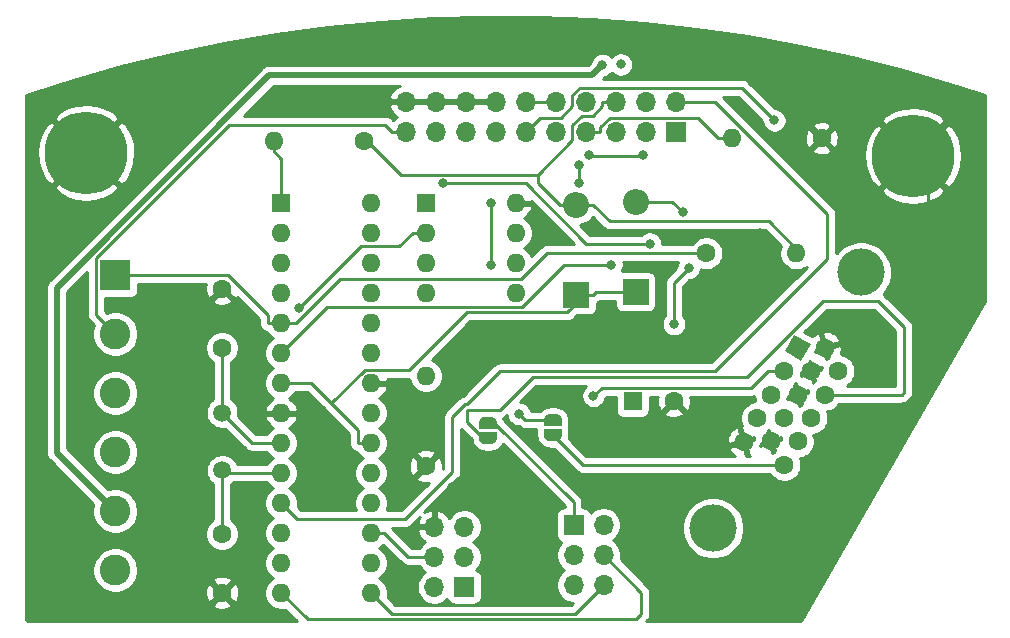
<source format=gbr>
G04 #@! TF.GenerationSoftware,KiCad,Pcbnew,5.1.5-52549c5~84~ubuntu18.04.1*
G04 #@! TF.CreationDate,2020-03-28T23:02:45-04:00*
G04 #@! TF.ProjectId,imac_g3_333mhz_slot_loading_J20_adapter_board,696d6163-5f67-4335-9f33-33336d687a5f,2*
G04 #@! TF.SameCoordinates,Original*
G04 #@! TF.FileFunction,Copper,L1,Top*
G04 #@! TF.FilePolarity,Positive*
%FSLAX46Y46*%
G04 Gerber Fmt 4.6, Leading zero omitted, Abs format (unit mm)*
G04 Created by KiCad (PCBNEW 5.1.5-52549c5~84~ubuntu18.04.1) date 2020-03-28 23:02:45*
%MOMM*%
%LPD*%
G04 APERTURE LIST*
%ADD10O,1.700000X1.700000*%
%ADD11R,1.700000X1.700000*%
%ADD12R,1.600000X1.600000*%
%ADD13O,1.600000X1.600000*%
%ADD14C,1.500000*%
%ADD15O,2.200000X2.200000*%
%ADD16R,2.200000X2.200000*%
%ADD17C,1.600000*%
%ADD18C,7.000001*%
%ADD19R,2.600000X2.600000*%
%ADD20C,2.600000*%
%ADD21C,0.100000*%
%ADD22C,7.000000*%
%ADD23C,4.000000*%
%ADD24C,0.800000*%
%ADD25C,0.250000*%
%ADD26C,0.200000*%
%ADD27C,0.500000*%
%ADD28C,0.254000*%
G04 APERTURE END LIST*
D10*
X166243000Y-65563800D03*
X166243000Y-68103800D03*
X168783000Y-65563800D03*
X168783000Y-68103800D03*
X171323000Y-65563800D03*
X171323000Y-68103800D03*
X173863000Y-65563800D03*
X173863000Y-68103800D03*
X176403000Y-65563800D03*
X176403000Y-68103800D03*
X178943000Y-65563800D03*
X178943000Y-68103800D03*
X181483000Y-65563800D03*
X181483000Y-68103800D03*
X184023000Y-65563800D03*
X184023000Y-68103800D03*
X186563000Y-65563800D03*
X186563000Y-68103800D03*
X189103000Y-65563800D03*
D11*
X189103000Y-68103800D03*
D12*
X155653000Y-74153800D03*
D13*
X163273000Y-107173800D03*
X155653000Y-76693800D03*
X163273000Y-104633800D03*
X155653000Y-79233800D03*
X163273000Y-102093800D03*
X155653000Y-81773800D03*
X163273000Y-99553800D03*
X155653000Y-84313800D03*
X163273000Y-97013800D03*
X155653000Y-86853800D03*
X163273000Y-94473800D03*
X155653000Y-89393800D03*
X163273000Y-91933800D03*
X155653000Y-91933800D03*
X163273000Y-89393800D03*
X155653000Y-94473800D03*
X163273000Y-86853800D03*
X155653000Y-97013800D03*
X163273000Y-84313800D03*
X155653000Y-99553800D03*
X163273000Y-81773800D03*
X155653000Y-102093800D03*
X163273000Y-79233800D03*
X155653000Y-104633800D03*
X163273000Y-76693800D03*
X155653000Y-107173800D03*
X163273000Y-74153800D03*
D14*
X150653000Y-91903800D03*
X150653000Y-96783800D03*
D15*
X180653000Y-74283800D03*
D16*
X180653000Y-81903800D03*
X185653000Y-81653800D03*
D15*
X185653000Y-74033800D03*
D17*
X167903000Y-96403800D03*
D13*
X167903000Y-88783800D03*
D12*
X167903000Y-74153800D03*
D13*
X175523000Y-81773800D03*
X167903000Y-76693800D03*
X175523000Y-79233800D03*
X167903000Y-79233800D03*
X175523000Y-76693800D03*
X167903000Y-81773800D03*
X175523000Y-74153800D03*
D18*
X209153000Y-70153800D03*
D13*
X199273000Y-78403800D03*
D17*
X191653000Y-78403800D03*
D19*
X141605000Y-80236000D03*
D20*
X141605000Y-85236000D03*
X141605000Y-90236000D03*
X141605000Y-95236000D03*
X141605000Y-100236000D03*
X141605000Y-105236000D03*
D12*
X185403000Y-90903800D03*
D17*
X188903000Y-90903800D03*
G04 #@! TA.AperFunction,SMDPad,CuDef*
D21*
G36*
X172403602Y-92753800D02*
G01*
X172403602Y-92729266D01*
X172408412Y-92680435D01*
X172417984Y-92632310D01*
X172432228Y-92585355D01*
X172451005Y-92540022D01*
X172474136Y-92496749D01*
X172501396Y-92455950D01*
X172532524Y-92418021D01*
X172567221Y-92383324D01*
X172605150Y-92352196D01*
X172645949Y-92324936D01*
X172689222Y-92301805D01*
X172734555Y-92283028D01*
X172781510Y-92268784D01*
X172829635Y-92259212D01*
X172878466Y-92254402D01*
X172903000Y-92254402D01*
X172903000Y-92253800D01*
X173403000Y-92253800D01*
X173403000Y-92254402D01*
X173427534Y-92254402D01*
X173476365Y-92259212D01*
X173524490Y-92268784D01*
X173571445Y-92283028D01*
X173616778Y-92301805D01*
X173660051Y-92324936D01*
X173700850Y-92352196D01*
X173738779Y-92383324D01*
X173773476Y-92418021D01*
X173804604Y-92455950D01*
X173831864Y-92496749D01*
X173854995Y-92540022D01*
X173873772Y-92585355D01*
X173888016Y-92632310D01*
X173897588Y-92680435D01*
X173902398Y-92729266D01*
X173902398Y-92753800D01*
X173903000Y-92753800D01*
X173903000Y-93253800D01*
X172403000Y-93253800D01*
X172403000Y-92753800D01*
X172403602Y-92753800D01*
G37*
G04 #@! TD.AperFunction*
G04 #@! TA.AperFunction,SMDPad,CuDef*
G36*
X173903000Y-93553800D02*
G01*
X173903000Y-94053800D01*
X173902398Y-94053800D01*
X173902398Y-94078334D01*
X173897588Y-94127165D01*
X173888016Y-94175290D01*
X173873772Y-94222245D01*
X173854995Y-94267578D01*
X173831864Y-94310851D01*
X173804604Y-94351650D01*
X173773476Y-94389579D01*
X173738779Y-94424276D01*
X173700850Y-94455404D01*
X173660051Y-94482664D01*
X173616778Y-94505795D01*
X173571445Y-94524572D01*
X173524490Y-94538816D01*
X173476365Y-94548388D01*
X173427534Y-94553198D01*
X173403000Y-94553198D01*
X173403000Y-94553800D01*
X172903000Y-94553800D01*
X172903000Y-94553198D01*
X172878466Y-94553198D01*
X172829635Y-94548388D01*
X172781510Y-94538816D01*
X172734555Y-94524572D01*
X172689222Y-94505795D01*
X172645949Y-94482664D01*
X172605150Y-94455404D01*
X172567221Y-94424276D01*
X172532524Y-94389579D01*
X172501396Y-94351650D01*
X172474136Y-94310851D01*
X172451005Y-94267578D01*
X172432228Y-94222245D01*
X172417984Y-94175290D01*
X172408412Y-94127165D01*
X172403602Y-94078334D01*
X172403602Y-94053800D01*
X172403000Y-94053800D01*
X172403000Y-93553800D01*
X173903000Y-93553800D01*
G37*
G04 #@! TD.AperFunction*
G04 #@! TA.AperFunction,SMDPad,CuDef*
G36*
X179403000Y-93303800D02*
G01*
X179403000Y-93803800D01*
X179402398Y-93803800D01*
X179402398Y-93828334D01*
X179397588Y-93877165D01*
X179388016Y-93925290D01*
X179373772Y-93972245D01*
X179354995Y-94017578D01*
X179331864Y-94060851D01*
X179304604Y-94101650D01*
X179273476Y-94139579D01*
X179238779Y-94174276D01*
X179200850Y-94205404D01*
X179160051Y-94232664D01*
X179116778Y-94255795D01*
X179071445Y-94274572D01*
X179024490Y-94288816D01*
X178976365Y-94298388D01*
X178927534Y-94303198D01*
X178903000Y-94303198D01*
X178903000Y-94303800D01*
X178403000Y-94303800D01*
X178403000Y-94303198D01*
X178378466Y-94303198D01*
X178329635Y-94298388D01*
X178281510Y-94288816D01*
X178234555Y-94274572D01*
X178189222Y-94255795D01*
X178145949Y-94232664D01*
X178105150Y-94205404D01*
X178067221Y-94174276D01*
X178032524Y-94139579D01*
X178001396Y-94101650D01*
X177974136Y-94060851D01*
X177951005Y-94017578D01*
X177932228Y-93972245D01*
X177917984Y-93925290D01*
X177908412Y-93877165D01*
X177903602Y-93828334D01*
X177903602Y-93803800D01*
X177903000Y-93803800D01*
X177903000Y-93303800D01*
X179403000Y-93303800D01*
G37*
G04 #@! TD.AperFunction*
G04 #@! TA.AperFunction,SMDPad,CuDef*
G36*
X177903602Y-92503800D02*
G01*
X177903602Y-92479266D01*
X177908412Y-92430435D01*
X177917984Y-92382310D01*
X177932228Y-92335355D01*
X177951005Y-92290022D01*
X177974136Y-92246749D01*
X178001396Y-92205950D01*
X178032524Y-92168021D01*
X178067221Y-92133324D01*
X178105150Y-92102196D01*
X178145949Y-92074936D01*
X178189222Y-92051805D01*
X178234555Y-92033028D01*
X178281510Y-92018784D01*
X178329635Y-92009212D01*
X178378466Y-92004402D01*
X178403000Y-92004402D01*
X178403000Y-92003800D01*
X178903000Y-92003800D01*
X178903000Y-92004402D01*
X178927534Y-92004402D01*
X178976365Y-92009212D01*
X179024490Y-92018784D01*
X179071445Y-92033028D01*
X179116778Y-92051805D01*
X179160051Y-92074936D01*
X179200850Y-92102196D01*
X179238779Y-92133324D01*
X179273476Y-92168021D01*
X179304604Y-92205950D01*
X179331864Y-92246749D01*
X179354995Y-92290022D01*
X179373772Y-92335355D01*
X179388016Y-92382310D01*
X179397588Y-92430435D01*
X179402398Y-92479266D01*
X179402398Y-92503800D01*
X179403000Y-92503800D01*
X179403000Y-93003800D01*
X177903000Y-93003800D01*
X177903000Y-92503800D01*
X177903602Y-92503800D01*
G37*
G04 #@! TD.AperFunction*
D11*
X171153000Y-106654000D03*
D10*
X168613000Y-106654000D03*
X171153000Y-104114000D03*
X168613000Y-104114000D03*
X171153000Y-101574000D03*
X168613000Y-101574000D03*
D22*
X139153000Y-69903800D03*
D11*
X180403000Y-101404000D03*
D10*
X182943000Y-101404000D03*
X180403000Y-103944000D03*
X182943000Y-103944000D03*
X180403000Y-106484000D03*
X182943000Y-106484000D03*
G04 #@! TA.AperFunction,ComponentPad*
D21*
G36*
X199695820Y-87496620D02*
G01*
X198310180Y-86696620D01*
X199110180Y-85310980D01*
X200495820Y-86110980D01*
X199695820Y-87496620D01*
G37*
G04 #@! TD.AperFunction*
D17*
X198258000Y-88386998D03*
X197113000Y-90370196D03*
X195968000Y-92353395D03*
X194823000Y-94336593D03*
X201690230Y-86402201D03*
X200545230Y-88385399D03*
X199400230Y-90368597D03*
X198255230Y-92351795D03*
X197110230Y-94334994D03*
X202832461Y-88383800D03*
X201687461Y-90366998D03*
X200542461Y-92350196D03*
X199397461Y-94333395D03*
X198252461Y-96316593D03*
D23*
X192225256Y-101676017D03*
X204725256Y-80025382D03*
D17*
X150653000Y-86403800D03*
X150653000Y-81403800D03*
X150653000Y-102154000D03*
X150653000Y-107154000D03*
D13*
X193783000Y-68653800D03*
D17*
X201403000Y-68653800D03*
X162653000Y-68903800D03*
D13*
X155033000Y-68903800D03*
D24*
X192653000Y-90903800D03*
X190903000Y-94903800D03*
X192403000Y-93403800D03*
X177403000Y-75153800D03*
X177903000Y-77153800D03*
X196153000Y-76653800D03*
X183403000Y-82903800D03*
X180403000Y-84403800D03*
X184153000Y-85903800D03*
X210403000Y-83403800D03*
X165653000Y-98653800D03*
X166153000Y-99403800D03*
X168903000Y-99903800D03*
X170153000Y-98153800D03*
X165903000Y-92403800D03*
X165403000Y-94903800D03*
X167153000Y-93903800D03*
X165903000Y-93653800D03*
X169368600Y-72481900D03*
X186870400Y-77587400D03*
X182090600Y-90464000D03*
X173403000Y-74153800D03*
X173403000Y-79403800D03*
X180903000Y-70903800D03*
X180846100Y-72460700D03*
X188903000Y-84403800D03*
X190153000Y-79653814D03*
X189653000Y-74903800D03*
X181726950Y-70079850D03*
X186324400Y-70075200D03*
X197403000Y-67153800D03*
X175783490Y-91997990D03*
X183600400Y-79364400D03*
X184403000Y-62403800D03*
X182847999Y-62458801D03*
X157155900Y-83075800D03*
D25*
X210403000Y-71403800D02*
X209153000Y-70153800D01*
X210403000Y-83403800D02*
X210403000Y-71403800D01*
X150653000Y-86403800D02*
X150653000Y-91903800D01*
X155653000Y-94473800D02*
X153223000Y-94473800D01*
X153223000Y-94473800D02*
X150653000Y-91903800D01*
X150653000Y-102154000D02*
X150653000Y-96783800D01*
X155653000Y-97013800D02*
X150883000Y-97013800D01*
X150883000Y-97013800D02*
X150653000Y-96783800D01*
X169368600Y-72481900D02*
X176379900Y-72481900D01*
X176379900Y-72481900D02*
X181485400Y-77587400D01*
X181485400Y-77587400D02*
X186870400Y-77587400D01*
X198258000Y-88387000D02*
X196851500Y-88387000D01*
X196851500Y-88387000D02*
X195460000Y-89778500D01*
X195460000Y-89778500D02*
X182776100Y-89778500D01*
X182776100Y-89778500D02*
X182090600Y-90464000D01*
X173403000Y-74153800D02*
X173403000Y-79403800D01*
X173403000Y-79403800D02*
X173403000Y-79403800D01*
X180903000Y-72403800D02*
X180846100Y-72460700D01*
X180903000Y-70903800D02*
X180903000Y-72403800D01*
D26*
X198255230Y-92351795D02*
X197850995Y-92351795D01*
D25*
X188903000Y-84403800D02*
X188903000Y-80903814D01*
X189753001Y-80053813D02*
X190153000Y-79653814D01*
X188903000Y-80903814D02*
X189753001Y-80053813D01*
X185653000Y-74033800D02*
X188783000Y-74033800D01*
X188783000Y-74033800D02*
X189653000Y-74903800D01*
X180403000Y-101404000D02*
X180403000Y-99499200D01*
X180403000Y-99499200D02*
X173657600Y-92753800D01*
X173657600Y-92753800D02*
X173153000Y-92753800D01*
X186245800Y-70153800D02*
X181800900Y-70153800D01*
X176403000Y-68103800D02*
X177578300Y-66928500D01*
X180307600Y-65028300D02*
X180950300Y-64385600D01*
X177578300Y-66928500D02*
X179339400Y-66928500D01*
X179339400Y-66928500D02*
X180307600Y-65960300D01*
X180307600Y-65960300D02*
X180307600Y-65028300D01*
X180950300Y-64385600D02*
X194634800Y-64385600D01*
X194634800Y-64385600D02*
X197003001Y-66753801D01*
X197003001Y-66753801D02*
X197403000Y-67153800D01*
X178653000Y-92503800D02*
X176289300Y-92503800D01*
X176289300Y-92503800D02*
X175783490Y-91997990D01*
X176000811Y-82953789D02*
X179590200Y-79364400D01*
X179590200Y-79364400D02*
X183034715Y-79364400D01*
X183034715Y-79364400D02*
X183600400Y-79364400D01*
X159553011Y-82953789D02*
X176000811Y-82953789D01*
X155653000Y-86853800D02*
X159553011Y-82953789D01*
X190305081Y-65563800D02*
X189103000Y-65563800D01*
X192368300Y-65563800D02*
X190305081Y-65563800D01*
X201905100Y-75100600D02*
X192368300Y-65563800D01*
X201905100Y-78864100D02*
X201905100Y-75100600D01*
X174153000Y-88403800D02*
X192365400Y-88403800D01*
X171353011Y-91203789D02*
X174153000Y-88403800D01*
X170153000Y-92267389D02*
X171216600Y-91203789D01*
X171216600Y-91203789D02*
X171353011Y-91203789D01*
X170153000Y-96903800D02*
X170153000Y-92267389D01*
X166153000Y-100903800D02*
X170153000Y-96903800D01*
X192365400Y-88403800D02*
X201905100Y-78864100D01*
X155653000Y-99553800D02*
X157003000Y-100903800D01*
X157003000Y-100903800D02*
X166153000Y-100903800D01*
D27*
X154654591Y-63312723D02*
X136653000Y-81314314D01*
X182847999Y-62458801D02*
X181994077Y-63312723D01*
X181994077Y-63312723D02*
X154654591Y-63312723D01*
X136653000Y-95284000D02*
X141605000Y-100236000D01*
X136653000Y-81314314D02*
X136653000Y-95284000D01*
D25*
X177390100Y-71756600D02*
X165755800Y-71756600D01*
X165755800Y-71756600D02*
X162653000Y-68653800D01*
X179227700Y-74283800D02*
X177390100Y-72446200D01*
X177390100Y-72446200D02*
X177390100Y-71756600D01*
X177390100Y-71756600D02*
X180307600Y-68839100D01*
X180307600Y-68839100D02*
X180307600Y-67578200D01*
X180307600Y-67578200D02*
X181146700Y-66739100D01*
X181146700Y-66739100D02*
X182039800Y-66739100D01*
X182039800Y-66739100D02*
X182847700Y-65931200D01*
X182847700Y-65931200D02*
X182847700Y-65563800D01*
X184023000Y-65563800D02*
X182847700Y-65563800D01*
X180653000Y-74283800D02*
X179227700Y-74283800D01*
X182078300Y-74283800D02*
X180653000Y-74283800D01*
X183503600Y-75709100D02*
X182078300Y-74283800D01*
X196953000Y-75709100D02*
X183503600Y-75709100D01*
X199273000Y-78403800D02*
X199273000Y-78029100D01*
X199273000Y-78029100D02*
X196953000Y-75709100D01*
X181483000Y-68103800D02*
X182658300Y-68103800D01*
X193783000Y-68653800D02*
X192657700Y-68653800D01*
X192657700Y-68653800D02*
X190932400Y-66928500D01*
X190932400Y-66928500D02*
X183466200Y-66928500D01*
X183466200Y-66928500D02*
X182658300Y-67736400D01*
X182658300Y-67736400D02*
X182658300Y-68103800D01*
X178943000Y-65563800D02*
X176403000Y-65563800D01*
X166243000Y-68103800D02*
X165067700Y-68103800D01*
X165067700Y-68103800D02*
X164477600Y-67513700D01*
X164477600Y-67513700D02*
X151266800Y-67513700D01*
X151266800Y-67513700D02*
X139979600Y-78800900D01*
X139979600Y-78800900D02*
X139979600Y-83610600D01*
X139979600Y-83610600D02*
X141605000Y-85236000D01*
X167903000Y-76693800D02*
X166777700Y-76693800D01*
X166777700Y-76693800D02*
X165652400Y-77819100D01*
X165652400Y-77819100D02*
X162412600Y-77819100D01*
X162412600Y-77819100D02*
X157155900Y-83075800D01*
X163273000Y-94473800D02*
X162147700Y-94473800D01*
X159900100Y-91100900D02*
X162147700Y-93348500D01*
X162147700Y-93348500D02*
X162147700Y-94473800D01*
X156665700Y-89393800D02*
X158193000Y-89393800D01*
X158193000Y-89393800D02*
X159900100Y-91100900D01*
X155653000Y-89393800D02*
X156665700Y-89393800D01*
X181365700Y-81903800D02*
X182078300Y-81903800D01*
X180653000Y-81903800D02*
X181365700Y-81903800D01*
X185653000Y-81653800D02*
X182328300Y-81653800D01*
X182328300Y-81653800D02*
X182078300Y-81903800D01*
X171353000Y-83403800D02*
X166488300Y-88268500D01*
X179865700Y-83403800D02*
X171353000Y-83403800D01*
X162732500Y-88268500D02*
X159900100Y-91100900D01*
X181365700Y-81903800D02*
X179865700Y-83403800D01*
X166488300Y-88268500D02*
X162732500Y-88268500D01*
X155653000Y-84313800D02*
X154527700Y-84313800D01*
X141605000Y-80236000D02*
X151153200Y-80236000D01*
X151153200Y-80236000D02*
X154527700Y-83610500D01*
X154527700Y-83610500D02*
X154527700Y-84313800D01*
X178153200Y-78403800D02*
X191653000Y-78403800D01*
X155653000Y-84313800D02*
X156943700Y-84313800D01*
X175972800Y-80584200D02*
X178153200Y-78403800D01*
X160673300Y-80584200D02*
X175972800Y-80584200D01*
X156943700Y-84313800D02*
X160673300Y-80584200D01*
X163273000Y-102093800D02*
X164398300Y-102093800D01*
X168613000Y-104114000D02*
X166418500Y-104114000D01*
X166418500Y-104114000D02*
X164398300Y-102093800D01*
X155033000Y-68653800D02*
X155033000Y-69779100D01*
X155033000Y-69779100D02*
X155653000Y-70399100D01*
X155653000Y-70399100D02*
X155653000Y-74153800D01*
X208189800Y-90367000D02*
X208403000Y-90153800D01*
X176952989Y-88853811D02*
X174153000Y-91653800D01*
X206153000Y-82403800D02*
X201521800Y-82403800D01*
X171403000Y-91653800D02*
X171403000Y-92713436D01*
X171403000Y-92713436D02*
X172743364Y-94053800D01*
X174153000Y-91653800D02*
X171403000Y-91653800D01*
X201687500Y-90367000D02*
X208189800Y-90367000D01*
X201521800Y-82403800D02*
X195071789Y-88853811D01*
X208403000Y-90153800D02*
X208403000Y-84653800D01*
X195071789Y-88853811D02*
X176952989Y-88853811D01*
X172743364Y-94053800D02*
X173153000Y-94053800D01*
X208403000Y-84653800D02*
X206153000Y-82403800D01*
X198252500Y-96316600D02*
X181165800Y-96316600D01*
X181165800Y-96316600D02*
X178653000Y-93803800D01*
X186153000Y-107154000D02*
X182943000Y-103944000D01*
X186153000Y-108903800D02*
X186153000Y-107154000D01*
X155653000Y-107173800D02*
X157883000Y-109403800D01*
X185653000Y-109403800D02*
X186153000Y-108903800D01*
X157883000Y-109403800D02*
X185653000Y-109403800D01*
X180523200Y-108903800D02*
X182943000Y-106484000D01*
X163273000Y-107173800D02*
X165003000Y-108903800D01*
X165003000Y-108903800D02*
X180523200Y-108903800D01*
D28*
G36*
X177436893Y-58396418D02*
G01*
X181894818Y-58572394D01*
X186343904Y-58903844D01*
X190778726Y-59390364D01*
X195193826Y-60031355D01*
X199583891Y-60826045D01*
X203943576Y-61773468D01*
X208267481Y-62872450D01*
X212551905Y-64122104D01*
X215239998Y-64995518D01*
X215239999Y-82477128D01*
X199621729Y-109560000D01*
X186571601Y-109560000D01*
X186663998Y-109467603D01*
X186693001Y-109443801D01*
X186787974Y-109328076D01*
X186858546Y-109196047D01*
X186902003Y-109052786D01*
X186913000Y-108941133D01*
X186913000Y-108941125D01*
X186916676Y-108903800D01*
X186913000Y-108866475D01*
X186913000Y-107191333D01*
X186916677Y-107154000D01*
X186902003Y-107005014D01*
X186858546Y-106861753D01*
X186787974Y-106729724D01*
X186716799Y-106642997D01*
X186693001Y-106613999D01*
X186664003Y-106590201D01*
X184384209Y-104310408D01*
X184428000Y-104090260D01*
X184428000Y-103797740D01*
X184370932Y-103510842D01*
X184258990Y-103240589D01*
X184096475Y-102997368D01*
X183889632Y-102790525D01*
X183715240Y-102674000D01*
X183889632Y-102557475D01*
X184096475Y-102350632D01*
X184258990Y-102107411D01*
X184370932Y-101837158D01*
X184428000Y-101550260D01*
X184428000Y-101416492D01*
X189590256Y-101416492D01*
X189590256Y-101935542D01*
X189691517Y-102444618D01*
X189890149Y-102924158D01*
X190178518Y-103355732D01*
X190545541Y-103722755D01*
X190977115Y-104011124D01*
X191456655Y-104209756D01*
X191965731Y-104311017D01*
X192484781Y-104311017D01*
X192993857Y-104209756D01*
X193473397Y-104011124D01*
X193904971Y-103722755D01*
X194271994Y-103355732D01*
X194560363Y-102924158D01*
X194758995Y-102444618D01*
X194860256Y-101935542D01*
X194860256Y-101416492D01*
X194758995Y-100907416D01*
X194560363Y-100427876D01*
X194271994Y-99996302D01*
X193904971Y-99629279D01*
X193473397Y-99340910D01*
X192993857Y-99142278D01*
X192484781Y-99041017D01*
X191965731Y-99041017D01*
X191456655Y-99142278D01*
X190977115Y-99340910D01*
X190545541Y-99629279D01*
X190178518Y-99996302D01*
X189890149Y-100427876D01*
X189691517Y-100907416D01*
X189590256Y-101416492D01*
X184428000Y-101416492D01*
X184428000Y-101257740D01*
X184370932Y-100970842D01*
X184258990Y-100700589D01*
X184096475Y-100457368D01*
X183889632Y-100250525D01*
X183646411Y-100088010D01*
X183376158Y-99976068D01*
X183089260Y-99919000D01*
X182796740Y-99919000D01*
X182509842Y-99976068D01*
X182239589Y-100088010D01*
X181996368Y-100250525D01*
X181864513Y-100382380D01*
X181842502Y-100309820D01*
X181783537Y-100199506D01*
X181704185Y-100102815D01*
X181607494Y-100023463D01*
X181497180Y-99964498D01*
X181377482Y-99928188D01*
X181253000Y-99915928D01*
X181163000Y-99915928D01*
X181163000Y-99536522D01*
X181166676Y-99499199D01*
X181163000Y-99461876D01*
X181163000Y-99461867D01*
X181152003Y-99350214D01*
X181108546Y-99206953D01*
X181037974Y-99074924D01*
X180943001Y-98959199D01*
X180914003Y-98935401D01*
X174518332Y-92539731D01*
X174507282Y-92484177D01*
X174470973Y-92364481D01*
X174464568Y-92349018D01*
X174577276Y-92288774D01*
X174693001Y-92193801D01*
X174716804Y-92164797D01*
X174753995Y-92127606D01*
X174788264Y-92299888D01*
X174866285Y-92488246D01*
X174979553Y-92657764D01*
X175123716Y-92801927D01*
X175293234Y-92915195D01*
X175481592Y-92993216D01*
X175681551Y-93032990D01*
X175740427Y-93032990D01*
X175749299Y-93043801D01*
X175865024Y-93138774D01*
X175997053Y-93209346D01*
X176140314Y-93252803D01*
X176251967Y-93263800D01*
X176251976Y-93263800D01*
X176289299Y-93267476D01*
X176326622Y-93263800D01*
X177268868Y-93263800D01*
X177264928Y-93303800D01*
X177264928Y-93803800D01*
X177267336Y-93828250D01*
X177267336Y-93852809D01*
X177279596Y-93977290D01*
X177298718Y-94073423D01*
X177335027Y-94193119D01*
X177372536Y-94283675D01*
X177431502Y-94393992D01*
X177485958Y-94475491D01*
X177565310Y-94572182D01*
X177634618Y-94641490D01*
X177731309Y-94720842D01*
X177812808Y-94775298D01*
X177923125Y-94834264D01*
X178013681Y-94871773D01*
X178133377Y-94908082D01*
X178229510Y-94927204D01*
X178353991Y-94939464D01*
X178378550Y-94939464D01*
X178403000Y-94941872D01*
X178716271Y-94941872D01*
X180602001Y-96827603D01*
X180625799Y-96856601D01*
X180741524Y-96951574D01*
X180873553Y-97022146D01*
X181016814Y-97065603D01*
X181128467Y-97076600D01*
X181128477Y-97076600D01*
X181165800Y-97080276D01*
X181203123Y-97076600D01*
X197034422Y-97076600D01*
X197137824Y-97231352D01*
X197337702Y-97431230D01*
X197572734Y-97588273D01*
X197833887Y-97696446D01*
X198111126Y-97751593D01*
X198393796Y-97751593D01*
X198671035Y-97696446D01*
X198932188Y-97588273D01*
X199167220Y-97431230D01*
X199367098Y-97231352D01*
X199524141Y-96996320D01*
X199632314Y-96735167D01*
X199687461Y-96457928D01*
X199687461Y-96175258D01*
X199632314Y-95898019D01*
X199575590Y-95761076D01*
X199816035Y-95713248D01*
X200077188Y-95605075D01*
X200312220Y-95448032D01*
X200512098Y-95248154D01*
X200669141Y-95013122D01*
X200777314Y-94751969D01*
X200832461Y-94474730D01*
X200832461Y-94192060D01*
X200777314Y-93914821D01*
X200720590Y-93777877D01*
X200961035Y-93730049D01*
X201222188Y-93621876D01*
X201457220Y-93464833D01*
X201657098Y-93264955D01*
X201814141Y-93029923D01*
X201922314Y-92768770D01*
X201977461Y-92491531D01*
X201977461Y-92208861D01*
X201922314Y-91931622D01*
X201865590Y-91794679D01*
X202106035Y-91746851D01*
X202367188Y-91638678D01*
X202602220Y-91481635D01*
X202802098Y-91281757D01*
X202905503Y-91127000D01*
X208152478Y-91127000D01*
X208189800Y-91130676D01*
X208227122Y-91127000D01*
X208227133Y-91127000D01*
X208338786Y-91116003D01*
X208482047Y-91072546D01*
X208614076Y-91001974D01*
X208729801Y-90907001D01*
X208753604Y-90877997D01*
X208913998Y-90717603D01*
X208943001Y-90693801D01*
X209037974Y-90578076D01*
X209108546Y-90446047D01*
X209152003Y-90302786D01*
X209163000Y-90191133D01*
X209163000Y-90191124D01*
X209166676Y-90153801D01*
X209163000Y-90116478D01*
X209163000Y-84691133D01*
X209166677Y-84653800D01*
X209152003Y-84504814D01*
X209108546Y-84361553D01*
X209037974Y-84229524D01*
X208966799Y-84142797D01*
X208943001Y-84113799D01*
X208914003Y-84090001D01*
X206716804Y-81892803D01*
X206693001Y-81863799D01*
X206649221Y-81827870D01*
X206771994Y-81705097D01*
X207060363Y-81273523D01*
X207258995Y-80793983D01*
X207360256Y-80284907D01*
X207360256Y-79765857D01*
X207258995Y-79256781D01*
X207060363Y-78777241D01*
X206771994Y-78345667D01*
X206404971Y-77978644D01*
X205973397Y-77690275D01*
X205493857Y-77491643D01*
X204984781Y-77390382D01*
X204465731Y-77390382D01*
X203956655Y-77491643D01*
X203477115Y-77690275D01*
X203045541Y-77978644D01*
X202678518Y-78345667D01*
X202665100Y-78365748D01*
X202665100Y-75137923D01*
X202668776Y-75100600D01*
X202665100Y-75063277D01*
X202665100Y-75063267D01*
X202654103Y-74951614D01*
X202610646Y-74808353D01*
X202596989Y-74782803D01*
X202540074Y-74676323D01*
X202468899Y-74589597D01*
X202445101Y-74560599D01*
X202416103Y-74536801D01*
X200947257Y-73067955D01*
X206418450Y-73067955D01*
X206814634Y-73588350D01*
X207529612Y-73978548D01*
X208306976Y-74221764D01*
X209116853Y-74308651D01*
X209928118Y-74235869D01*
X210709597Y-74006215D01*
X211431256Y-73628515D01*
X211491366Y-73588350D01*
X211887550Y-73067955D01*
X209153000Y-70333405D01*
X206418450Y-73067955D01*
X200947257Y-73067955D01*
X197996955Y-70117653D01*
X204998149Y-70117653D01*
X205070931Y-70928918D01*
X205300585Y-71710397D01*
X205678285Y-72432056D01*
X205718450Y-72492166D01*
X206238845Y-72888350D01*
X208973395Y-70153800D01*
X209332605Y-70153800D01*
X212067155Y-72888350D01*
X212587550Y-72492166D01*
X212977748Y-71777188D01*
X213220964Y-70999824D01*
X213307851Y-70189947D01*
X213235069Y-69378682D01*
X213005415Y-68597203D01*
X212627715Y-67875544D01*
X212587550Y-67815434D01*
X212067155Y-67419250D01*
X209332605Y-70153800D01*
X208973395Y-70153800D01*
X206238845Y-67419250D01*
X205718450Y-67815434D01*
X205328252Y-68530412D01*
X205085036Y-69307776D01*
X204998149Y-70117653D01*
X197996955Y-70117653D01*
X197525804Y-69646502D01*
X200589903Y-69646502D01*
X200661486Y-69890471D01*
X200916996Y-70011371D01*
X201191184Y-70080100D01*
X201473512Y-70094017D01*
X201753130Y-70052587D01*
X202019292Y-69957403D01*
X202144514Y-69890471D01*
X202216097Y-69646502D01*
X201403000Y-68833405D01*
X200589903Y-69646502D01*
X197525804Y-69646502D01*
X196603614Y-68724312D01*
X199962783Y-68724312D01*
X200004213Y-69003930D01*
X200099397Y-69270092D01*
X200166329Y-69395314D01*
X200410298Y-69466897D01*
X201223395Y-68653800D01*
X201582605Y-68653800D01*
X202395702Y-69466897D01*
X202639671Y-69395314D01*
X202760571Y-69139804D01*
X202829300Y-68865616D01*
X202843217Y-68583288D01*
X202801787Y-68303670D01*
X202706603Y-68037508D01*
X202639671Y-67912286D01*
X202395702Y-67840703D01*
X201582605Y-68653800D01*
X201223395Y-68653800D01*
X200410298Y-67840703D01*
X200166329Y-67912286D01*
X200045429Y-68167796D01*
X199976700Y-68441984D01*
X199962783Y-68724312D01*
X196603614Y-68724312D01*
X193024901Y-65145600D01*
X194319999Y-65145600D01*
X196368000Y-67193602D01*
X196368000Y-67255739D01*
X196407774Y-67455698D01*
X196485795Y-67644056D01*
X196599063Y-67813574D01*
X196743226Y-67957737D01*
X196912744Y-68071005D01*
X197101102Y-68149026D01*
X197301061Y-68188800D01*
X197504939Y-68188800D01*
X197704898Y-68149026D01*
X197893256Y-68071005D01*
X198062774Y-67957737D01*
X198206937Y-67813574D01*
X198308817Y-67661098D01*
X200589903Y-67661098D01*
X201403000Y-68474195D01*
X202216097Y-67661098D01*
X202144514Y-67417129D01*
X201889004Y-67296229D01*
X201663268Y-67239645D01*
X206418450Y-67239645D01*
X209153000Y-69974195D01*
X211887550Y-67239645D01*
X211491366Y-66719250D01*
X210776388Y-66329052D01*
X209999024Y-66085836D01*
X209189147Y-65998949D01*
X208377882Y-66071731D01*
X207596403Y-66301385D01*
X206874744Y-66679085D01*
X206814634Y-66719250D01*
X206418450Y-67239645D01*
X201663268Y-67239645D01*
X201614816Y-67227500D01*
X201332488Y-67213583D01*
X201052870Y-67255013D01*
X200786708Y-67350197D01*
X200661486Y-67417129D01*
X200589903Y-67661098D01*
X198308817Y-67661098D01*
X198320205Y-67644056D01*
X198398226Y-67455698D01*
X198438000Y-67255739D01*
X198438000Y-67051861D01*
X198398226Y-66851902D01*
X198320205Y-66663544D01*
X198206937Y-66494026D01*
X198062774Y-66349863D01*
X197893256Y-66236595D01*
X197704898Y-66158574D01*
X197504939Y-66118800D01*
X197442802Y-66118800D01*
X195198604Y-63874603D01*
X195174801Y-63845599D01*
X195059076Y-63750626D01*
X194927047Y-63680054D01*
X194783786Y-63636597D01*
X194672133Y-63625600D01*
X194672122Y-63625600D01*
X194634800Y-63621924D01*
X194597478Y-63625600D01*
X182932778Y-63625600D01*
X183093043Y-63465336D01*
X183149897Y-63454027D01*
X183338255Y-63376006D01*
X183507773Y-63262738D01*
X183651936Y-63118575D01*
X183652788Y-63117299D01*
X183743226Y-63207737D01*
X183912744Y-63321005D01*
X184101102Y-63399026D01*
X184301061Y-63438800D01*
X184504939Y-63438800D01*
X184704898Y-63399026D01*
X184893256Y-63321005D01*
X185062774Y-63207737D01*
X185206937Y-63063574D01*
X185320205Y-62894056D01*
X185398226Y-62705698D01*
X185438000Y-62505739D01*
X185438000Y-62301861D01*
X185398226Y-62101902D01*
X185320205Y-61913544D01*
X185206937Y-61744026D01*
X185062774Y-61599863D01*
X184893256Y-61486595D01*
X184704898Y-61408574D01*
X184504939Y-61368800D01*
X184301061Y-61368800D01*
X184101102Y-61408574D01*
X183912744Y-61486595D01*
X183743226Y-61599863D01*
X183599063Y-61744026D01*
X183598211Y-61745302D01*
X183507773Y-61654864D01*
X183338255Y-61541596D01*
X183149897Y-61463575D01*
X182949938Y-61423801D01*
X182746060Y-61423801D01*
X182546101Y-61463575D01*
X182357743Y-61541596D01*
X182188225Y-61654864D01*
X182044062Y-61799027D01*
X181930794Y-61968545D01*
X181852773Y-62156903D01*
X181841464Y-62213757D01*
X181627499Y-62427723D01*
X154698056Y-62427723D01*
X154654590Y-62423442D01*
X154611124Y-62427723D01*
X154611114Y-62427723D01*
X154481101Y-62440528D01*
X154314278Y-62491134D01*
X154160532Y-62573312D01*
X154136338Y-62593168D01*
X154059544Y-62656191D01*
X154059542Y-62656193D01*
X154025774Y-62683906D01*
X153998061Y-62717674D01*
X136057956Y-80657780D01*
X136024183Y-80685497D01*
X135913589Y-80820256D01*
X135831411Y-80974002D01*
X135807508Y-81052799D01*
X135781018Y-81140124D01*
X135780805Y-81140825D01*
X135768000Y-81270838D01*
X135768000Y-81270845D01*
X135763719Y-81314314D01*
X135768000Y-81357783D01*
X135768001Y-95240521D01*
X135763719Y-95284000D01*
X135780805Y-95457490D01*
X135831412Y-95624313D01*
X135913590Y-95778059D01*
X135996468Y-95879046D01*
X135996471Y-95879049D01*
X136024184Y-95912817D01*
X136057952Y-95940530D01*
X139757436Y-99640015D01*
X139744361Y-99671581D01*
X139670000Y-100045419D01*
X139670000Y-100426581D01*
X139744361Y-100800419D01*
X139890225Y-101152566D01*
X140101987Y-101469491D01*
X140371509Y-101739013D01*
X140688434Y-101950775D01*
X141040581Y-102096639D01*
X141414419Y-102171000D01*
X141795581Y-102171000D01*
X142169419Y-102096639D01*
X142521566Y-101950775D01*
X142838491Y-101739013D01*
X143108013Y-101469491D01*
X143319775Y-101152566D01*
X143465639Y-100800419D01*
X143540000Y-100426581D01*
X143540000Y-100045419D01*
X143465639Y-99671581D01*
X143319775Y-99319434D01*
X143108013Y-99002509D01*
X142838491Y-98732987D01*
X142521566Y-98521225D01*
X142169419Y-98375361D01*
X141795581Y-98301000D01*
X141414419Y-98301000D01*
X141040581Y-98375361D01*
X141009015Y-98388436D01*
X137665998Y-95045419D01*
X139670000Y-95045419D01*
X139670000Y-95426581D01*
X139744361Y-95800419D01*
X139890225Y-96152566D01*
X140101987Y-96469491D01*
X140371509Y-96739013D01*
X140688434Y-96950775D01*
X141040581Y-97096639D01*
X141414419Y-97171000D01*
X141795581Y-97171000D01*
X142169419Y-97096639D01*
X142521566Y-96950775D01*
X142838491Y-96739013D01*
X143108013Y-96469491D01*
X143319775Y-96152566D01*
X143465639Y-95800419D01*
X143540000Y-95426581D01*
X143540000Y-95045419D01*
X143465639Y-94671581D01*
X143319775Y-94319434D01*
X143108013Y-94002509D01*
X142838491Y-93732987D01*
X142521566Y-93521225D01*
X142169419Y-93375361D01*
X141795581Y-93301000D01*
X141414419Y-93301000D01*
X141040581Y-93375361D01*
X140688434Y-93521225D01*
X140371509Y-93732987D01*
X140101987Y-94002509D01*
X139890225Y-94319434D01*
X139744361Y-94671581D01*
X139670000Y-95045419D01*
X137665998Y-95045419D01*
X137538000Y-94917422D01*
X137538000Y-90045419D01*
X139670000Y-90045419D01*
X139670000Y-90426581D01*
X139744361Y-90800419D01*
X139890225Y-91152566D01*
X140101987Y-91469491D01*
X140371509Y-91739013D01*
X140688434Y-91950775D01*
X141040581Y-92096639D01*
X141414419Y-92171000D01*
X141795581Y-92171000D01*
X142169419Y-92096639D01*
X142521566Y-91950775D01*
X142838491Y-91739013D01*
X143108013Y-91469491D01*
X143319775Y-91152566D01*
X143465639Y-90800419D01*
X143540000Y-90426581D01*
X143540000Y-90045419D01*
X143465639Y-89671581D01*
X143319775Y-89319434D01*
X143108013Y-89002509D01*
X142838491Y-88732987D01*
X142521566Y-88521225D01*
X142169419Y-88375361D01*
X141795581Y-88301000D01*
X141414419Y-88301000D01*
X141040581Y-88375361D01*
X140688434Y-88521225D01*
X140371509Y-88732987D01*
X140101987Y-89002509D01*
X139890225Y-89319434D01*
X139744361Y-89671581D01*
X139670000Y-90045419D01*
X137538000Y-90045419D01*
X137538000Y-81680892D01*
X139219600Y-79999292D01*
X139219601Y-83573268D01*
X139215924Y-83610600D01*
X139219601Y-83647933D01*
X139230598Y-83759586D01*
X139237199Y-83781346D01*
X139274054Y-83902846D01*
X139344626Y-84034876D01*
X139405743Y-84109346D01*
X139439600Y-84150601D01*
X139468598Y-84174399D01*
X139809213Y-84515014D01*
X139744361Y-84671581D01*
X139670000Y-85045419D01*
X139670000Y-85426581D01*
X139744361Y-85800419D01*
X139890225Y-86152566D01*
X140101987Y-86469491D01*
X140371509Y-86739013D01*
X140688434Y-86950775D01*
X141040581Y-87096639D01*
X141414419Y-87171000D01*
X141795581Y-87171000D01*
X142169419Y-87096639D01*
X142521566Y-86950775D01*
X142838491Y-86739013D01*
X143108013Y-86469491D01*
X143319775Y-86152566D01*
X143465639Y-85800419D01*
X143540000Y-85426581D01*
X143540000Y-85045419D01*
X143465639Y-84671581D01*
X143319775Y-84319434D01*
X143108013Y-84002509D01*
X142838491Y-83732987D01*
X142521566Y-83521225D01*
X142169419Y-83375361D01*
X141795581Y-83301000D01*
X141414419Y-83301000D01*
X141040581Y-83375361D01*
X140884014Y-83440213D01*
X140739600Y-83295799D01*
X140739600Y-82396502D01*
X149839903Y-82396502D01*
X149911486Y-82640471D01*
X150166996Y-82761371D01*
X150441184Y-82830100D01*
X150723512Y-82844017D01*
X151003130Y-82802587D01*
X151269292Y-82707403D01*
X151394514Y-82640471D01*
X151466097Y-82396502D01*
X150653000Y-81583405D01*
X149839903Y-82396502D01*
X140739600Y-82396502D01*
X140739600Y-82174072D01*
X142905000Y-82174072D01*
X143029482Y-82161812D01*
X143149180Y-82125502D01*
X143259494Y-82066537D01*
X143356185Y-81987185D01*
X143435537Y-81890494D01*
X143494502Y-81780180D01*
X143530812Y-81660482D01*
X143543072Y-81536000D01*
X143543072Y-80996000D01*
X149275826Y-80996000D01*
X149226700Y-81191984D01*
X149212783Y-81474312D01*
X149254213Y-81753930D01*
X149349397Y-82020092D01*
X149416329Y-82145314D01*
X149660298Y-82216897D01*
X150473395Y-81403800D01*
X150459253Y-81389658D01*
X150638858Y-81210053D01*
X150653000Y-81224195D01*
X150667143Y-81210053D01*
X150846748Y-81389658D01*
X150832605Y-81403800D01*
X151645702Y-82216897D01*
X151889671Y-82145314D01*
X151921161Y-82078763D01*
X153767700Y-83925302D01*
X153767700Y-84276467D01*
X153764023Y-84313800D01*
X153778697Y-84462786D01*
X153822154Y-84606047D01*
X153892726Y-84738076D01*
X153987699Y-84853801D01*
X154103424Y-84948774D01*
X154235453Y-85019346D01*
X154378714Y-85062803D01*
X154431053Y-85067958D01*
X154538363Y-85228559D01*
X154738241Y-85428437D01*
X154970759Y-85583800D01*
X154738241Y-85739163D01*
X154538363Y-85939041D01*
X154381320Y-86174073D01*
X154273147Y-86435226D01*
X154218000Y-86712465D01*
X154218000Y-86995135D01*
X154273147Y-87272374D01*
X154381320Y-87533527D01*
X154538363Y-87768559D01*
X154738241Y-87968437D01*
X154970759Y-88123800D01*
X154738241Y-88279163D01*
X154538363Y-88479041D01*
X154381320Y-88714073D01*
X154273147Y-88975226D01*
X154218000Y-89252465D01*
X154218000Y-89535135D01*
X154273147Y-89812374D01*
X154381320Y-90073527D01*
X154538363Y-90308559D01*
X154738241Y-90508437D01*
X154973273Y-90665480D01*
X154983865Y-90669867D01*
X154797869Y-90781415D01*
X154589481Y-90970386D01*
X154421963Y-91196380D01*
X154301754Y-91450713D01*
X154261096Y-91584761D01*
X154383085Y-91806800D01*
X155526000Y-91806800D01*
X155526000Y-91786800D01*
X155780000Y-91786800D01*
X155780000Y-91806800D01*
X156922915Y-91806800D01*
X157044904Y-91584761D01*
X157004246Y-91450713D01*
X156884037Y-91196380D01*
X156716519Y-90970386D01*
X156508131Y-90781415D01*
X156322135Y-90669867D01*
X156332727Y-90665480D01*
X156567759Y-90508437D01*
X156767637Y-90308559D01*
X156871043Y-90153800D01*
X157878199Y-90153800D01*
X159336300Y-91611902D01*
X159360099Y-91640901D01*
X159389097Y-91664699D01*
X159389102Y-91664703D01*
X161387700Y-93663303D01*
X161387701Y-94436458D01*
X161384023Y-94473800D01*
X161398697Y-94622786D01*
X161442154Y-94766047D01*
X161512726Y-94898076D01*
X161607699Y-95013801D01*
X161723424Y-95108774D01*
X161855453Y-95179346D01*
X161998714Y-95222803D01*
X162051053Y-95227958D01*
X162158363Y-95388559D01*
X162358241Y-95588437D01*
X162590759Y-95743800D01*
X162358241Y-95899163D01*
X162158363Y-96099041D01*
X162001320Y-96334073D01*
X161893147Y-96595226D01*
X161838000Y-96872465D01*
X161838000Y-97155135D01*
X161893147Y-97432374D01*
X162001320Y-97693527D01*
X162158363Y-97928559D01*
X162358241Y-98128437D01*
X162590759Y-98283800D01*
X162358241Y-98439163D01*
X162158363Y-98639041D01*
X162001320Y-98874073D01*
X161893147Y-99135226D01*
X161838000Y-99412465D01*
X161838000Y-99695135D01*
X161893147Y-99972374D01*
X161964154Y-100143800D01*
X157317802Y-100143800D01*
X157051688Y-99877686D01*
X157088000Y-99695135D01*
X157088000Y-99412465D01*
X157032853Y-99135226D01*
X156924680Y-98874073D01*
X156767637Y-98639041D01*
X156567759Y-98439163D01*
X156335241Y-98283800D01*
X156567759Y-98128437D01*
X156767637Y-97928559D01*
X156924680Y-97693527D01*
X157032853Y-97432374D01*
X157088000Y-97155135D01*
X157088000Y-96872465D01*
X157032853Y-96595226D01*
X156924680Y-96334073D01*
X156767637Y-96099041D01*
X156567759Y-95899163D01*
X156335241Y-95743800D01*
X156567759Y-95588437D01*
X156767637Y-95388559D01*
X156924680Y-95153527D01*
X157032853Y-94892374D01*
X157088000Y-94615135D01*
X157088000Y-94332465D01*
X157032853Y-94055226D01*
X156924680Y-93794073D01*
X156767637Y-93559041D01*
X156567759Y-93359163D01*
X156332727Y-93202120D01*
X156322135Y-93197733D01*
X156508131Y-93086185D01*
X156716519Y-92897214D01*
X156884037Y-92671220D01*
X157004246Y-92416887D01*
X157044904Y-92282839D01*
X156922915Y-92060800D01*
X155780000Y-92060800D01*
X155780000Y-92080800D01*
X155526000Y-92080800D01*
X155526000Y-92060800D01*
X154383085Y-92060800D01*
X154261096Y-92282839D01*
X154301754Y-92416887D01*
X154421963Y-92671220D01*
X154589481Y-92897214D01*
X154797869Y-93086185D01*
X154983865Y-93197733D01*
X154973273Y-93202120D01*
X154738241Y-93359163D01*
X154538363Y-93559041D01*
X154434957Y-93713800D01*
X153537802Y-93713800D01*
X152009167Y-92185165D01*
X152038000Y-92040211D01*
X152038000Y-91767389D01*
X151984775Y-91499811D01*
X151880371Y-91247757D01*
X151728799Y-91020914D01*
X151535886Y-90828001D01*
X151413000Y-90745891D01*
X151413000Y-87621843D01*
X151567759Y-87518437D01*
X151767637Y-87318559D01*
X151924680Y-87083527D01*
X152032853Y-86822374D01*
X152088000Y-86545135D01*
X152088000Y-86262465D01*
X152032853Y-85985226D01*
X151924680Y-85724073D01*
X151767637Y-85489041D01*
X151567759Y-85289163D01*
X151332727Y-85132120D01*
X151071574Y-85023947D01*
X150794335Y-84968800D01*
X150511665Y-84968800D01*
X150234426Y-85023947D01*
X149973273Y-85132120D01*
X149738241Y-85289163D01*
X149538363Y-85489041D01*
X149381320Y-85724073D01*
X149273147Y-85985226D01*
X149218000Y-86262465D01*
X149218000Y-86545135D01*
X149273147Y-86822374D01*
X149381320Y-87083527D01*
X149538363Y-87318559D01*
X149738241Y-87518437D01*
X149893000Y-87621844D01*
X149893001Y-90745890D01*
X149770114Y-90828001D01*
X149577201Y-91020914D01*
X149425629Y-91247757D01*
X149321225Y-91499811D01*
X149268000Y-91767389D01*
X149268000Y-92040211D01*
X149321225Y-92307789D01*
X149425629Y-92559843D01*
X149577201Y-92786686D01*
X149770114Y-92979599D01*
X149996957Y-93131171D01*
X150249011Y-93235575D01*
X150516589Y-93288800D01*
X150789411Y-93288800D01*
X150934365Y-93259967D01*
X152659201Y-94984803D01*
X152682999Y-95013801D01*
X152798724Y-95108774D01*
X152930753Y-95179346D01*
X153074014Y-95222803D01*
X153185667Y-95233800D01*
X153185677Y-95233800D01*
X153223000Y-95237476D01*
X153260323Y-95233800D01*
X154434957Y-95233800D01*
X154538363Y-95388559D01*
X154738241Y-95588437D01*
X154970759Y-95743800D01*
X154738241Y-95899163D01*
X154538363Y-96099041D01*
X154434957Y-96253800D01*
X151932580Y-96253800D01*
X151880371Y-96127757D01*
X151728799Y-95900914D01*
X151535886Y-95708001D01*
X151309043Y-95556429D01*
X151056989Y-95452025D01*
X150789411Y-95398800D01*
X150516589Y-95398800D01*
X150249011Y-95452025D01*
X149996957Y-95556429D01*
X149770114Y-95708001D01*
X149577201Y-95900914D01*
X149425629Y-96127757D01*
X149321225Y-96379811D01*
X149268000Y-96647389D01*
X149268000Y-96920211D01*
X149321225Y-97187789D01*
X149425629Y-97439843D01*
X149577201Y-97666686D01*
X149770114Y-97859599D01*
X149893001Y-97941710D01*
X149893000Y-100935956D01*
X149738241Y-101039363D01*
X149538363Y-101239241D01*
X149381320Y-101474273D01*
X149273147Y-101735426D01*
X149218000Y-102012665D01*
X149218000Y-102295335D01*
X149273147Y-102572574D01*
X149381320Y-102833727D01*
X149538363Y-103068759D01*
X149738241Y-103268637D01*
X149973273Y-103425680D01*
X150234426Y-103533853D01*
X150511665Y-103589000D01*
X150794335Y-103589000D01*
X151071574Y-103533853D01*
X151332727Y-103425680D01*
X151567759Y-103268637D01*
X151767637Y-103068759D01*
X151924680Y-102833727D01*
X152032853Y-102572574D01*
X152088000Y-102295335D01*
X152088000Y-102012665D01*
X152032853Y-101735426D01*
X151924680Y-101474273D01*
X151767637Y-101239241D01*
X151567759Y-101039363D01*
X151413000Y-100935957D01*
X151413000Y-97941709D01*
X151535886Y-97859599D01*
X151621685Y-97773800D01*
X154434957Y-97773800D01*
X154538363Y-97928559D01*
X154738241Y-98128437D01*
X154970759Y-98283800D01*
X154738241Y-98439163D01*
X154538363Y-98639041D01*
X154381320Y-98874073D01*
X154273147Y-99135226D01*
X154218000Y-99412465D01*
X154218000Y-99695135D01*
X154273147Y-99972374D01*
X154381320Y-100233527D01*
X154538363Y-100468559D01*
X154738241Y-100668437D01*
X154970759Y-100823800D01*
X154738241Y-100979163D01*
X154538363Y-101179041D01*
X154381320Y-101414073D01*
X154273147Y-101675226D01*
X154218000Y-101952465D01*
X154218000Y-102235135D01*
X154273147Y-102512374D01*
X154381320Y-102773527D01*
X154538363Y-103008559D01*
X154738241Y-103208437D01*
X154970759Y-103363800D01*
X154738241Y-103519163D01*
X154538363Y-103719041D01*
X154381320Y-103954073D01*
X154273147Y-104215226D01*
X154218000Y-104492465D01*
X154218000Y-104775135D01*
X154273147Y-105052374D01*
X154381320Y-105313527D01*
X154538363Y-105548559D01*
X154738241Y-105748437D01*
X154970759Y-105903800D01*
X154738241Y-106059163D01*
X154538363Y-106259041D01*
X154381320Y-106494073D01*
X154273147Y-106755226D01*
X154218000Y-107032465D01*
X154218000Y-107315135D01*
X154273147Y-107592374D01*
X154381320Y-107853527D01*
X154538363Y-108088559D01*
X154738241Y-108288437D01*
X154973273Y-108445480D01*
X155234426Y-108553653D01*
X155511665Y-108608800D01*
X155794335Y-108608800D01*
X155976886Y-108572488D01*
X156964398Y-109560000D01*
X134382279Y-109560000D01*
X134284576Y-109550420D01*
X134221643Y-109531420D01*
X134163594Y-109500554D01*
X134112657Y-109459011D01*
X134070752Y-109408356D01*
X134039485Y-109350529D01*
X134020044Y-109287728D01*
X134010000Y-109192165D01*
X134010000Y-108146702D01*
X149839903Y-108146702D01*
X149911486Y-108390671D01*
X150166996Y-108511571D01*
X150441184Y-108580300D01*
X150723512Y-108594217D01*
X151003130Y-108552787D01*
X151269292Y-108457603D01*
X151394514Y-108390671D01*
X151466097Y-108146702D01*
X150653000Y-107333605D01*
X149839903Y-108146702D01*
X134010000Y-108146702D01*
X134010000Y-107224512D01*
X149212783Y-107224512D01*
X149254213Y-107504130D01*
X149349397Y-107770292D01*
X149416329Y-107895514D01*
X149660298Y-107967097D01*
X150473395Y-107154000D01*
X150832605Y-107154000D01*
X151645702Y-107967097D01*
X151889671Y-107895514D01*
X152010571Y-107640004D01*
X152079300Y-107365816D01*
X152093217Y-107083488D01*
X152051787Y-106803870D01*
X151956603Y-106537708D01*
X151889671Y-106412486D01*
X151645702Y-106340903D01*
X150832605Y-107154000D01*
X150473395Y-107154000D01*
X149660298Y-106340903D01*
X149416329Y-106412486D01*
X149295429Y-106667996D01*
X149226700Y-106942184D01*
X149212783Y-107224512D01*
X134010000Y-107224512D01*
X134010000Y-105045419D01*
X139670000Y-105045419D01*
X139670000Y-105426581D01*
X139744361Y-105800419D01*
X139890225Y-106152566D01*
X140101987Y-106469491D01*
X140371509Y-106739013D01*
X140688434Y-106950775D01*
X141040581Y-107096639D01*
X141414419Y-107171000D01*
X141795581Y-107171000D01*
X142169419Y-107096639D01*
X142521566Y-106950775D01*
X142838491Y-106739013D01*
X143108013Y-106469491D01*
X143313940Y-106161298D01*
X149839903Y-106161298D01*
X150653000Y-106974395D01*
X151466097Y-106161298D01*
X151394514Y-105917329D01*
X151139004Y-105796429D01*
X150864816Y-105727700D01*
X150582488Y-105713783D01*
X150302870Y-105755213D01*
X150036708Y-105850397D01*
X149911486Y-105917329D01*
X149839903Y-106161298D01*
X143313940Y-106161298D01*
X143319775Y-106152566D01*
X143465639Y-105800419D01*
X143540000Y-105426581D01*
X143540000Y-105045419D01*
X143465639Y-104671581D01*
X143319775Y-104319434D01*
X143108013Y-104002509D01*
X142838491Y-103732987D01*
X142521566Y-103521225D01*
X142169419Y-103375361D01*
X141795581Y-103301000D01*
X141414419Y-103301000D01*
X141040581Y-103375361D01*
X140688434Y-103521225D01*
X140371509Y-103732987D01*
X140101987Y-104002509D01*
X139890225Y-104319434D01*
X139744361Y-104671581D01*
X139670000Y-105045419D01*
X134010000Y-105045419D01*
X134010000Y-72817955D01*
X136418450Y-72817955D01*
X136814634Y-73338350D01*
X137529612Y-73728548D01*
X138306976Y-73971764D01*
X139116853Y-74058651D01*
X139928118Y-73985869D01*
X140709597Y-73756215D01*
X141431256Y-73378515D01*
X141491366Y-73338350D01*
X141887550Y-72817955D01*
X139153000Y-70083405D01*
X136418450Y-72817955D01*
X134010000Y-72817955D01*
X134010000Y-69867653D01*
X134998149Y-69867653D01*
X135070931Y-70678918D01*
X135300585Y-71460397D01*
X135678285Y-72182056D01*
X135718450Y-72242166D01*
X136238845Y-72638350D01*
X138973395Y-69903800D01*
X139332605Y-69903800D01*
X142067155Y-72638350D01*
X142587550Y-72242166D01*
X142977748Y-71527188D01*
X143220964Y-70749824D01*
X143307851Y-69939947D01*
X143235069Y-69128682D01*
X143005415Y-68347203D01*
X142627715Y-67625544D01*
X142587550Y-67565434D01*
X142067155Y-67169250D01*
X139332605Y-69903800D01*
X138973395Y-69903800D01*
X136238845Y-67169250D01*
X135718450Y-67565434D01*
X135328252Y-68280412D01*
X135085036Y-69057776D01*
X134998149Y-69867653D01*
X134010000Y-69867653D01*
X134010000Y-66989645D01*
X136418450Y-66989645D01*
X139153000Y-69724195D01*
X141887550Y-66989645D01*
X141491366Y-66469250D01*
X140776388Y-66079052D01*
X139999024Y-65835836D01*
X139189147Y-65748949D01*
X138377882Y-65821731D01*
X137596403Y-66051385D01*
X136874744Y-66429085D01*
X136814634Y-66469250D01*
X136418450Y-66989645D01*
X134010000Y-66989645D01*
X134010000Y-64997816D01*
X137811352Y-63781768D01*
X142105484Y-62571553D01*
X146439234Y-61511939D01*
X150807316Y-60604217D01*
X155204445Y-59849487D01*
X159625221Y-59248677D01*
X164064238Y-58802520D01*
X168516165Y-58511550D01*
X172975530Y-58376127D01*
X177436893Y-58396418D01*
G37*
X177436893Y-58396418D02*
X181894818Y-58572394D01*
X186343904Y-58903844D01*
X190778726Y-59390364D01*
X195193826Y-60031355D01*
X199583891Y-60826045D01*
X203943576Y-61773468D01*
X208267481Y-62872450D01*
X212551905Y-64122104D01*
X215239998Y-64995518D01*
X215239999Y-82477128D01*
X199621729Y-109560000D01*
X186571601Y-109560000D01*
X186663998Y-109467603D01*
X186693001Y-109443801D01*
X186787974Y-109328076D01*
X186858546Y-109196047D01*
X186902003Y-109052786D01*
X186913000Y-108941133D01*
X186913000Y-108941125D01*
X186916676Y-108903800D01*
X186913000Y-108866475D01*
X186913000Y-107191333D01*
X186916677Y-107154000D01*
X186902003Y-107005014D01*
X186858546Y-106861753D01*
X186787974Y-106729724D01*
X186716799Y-106642997D01*
X186693001Y-106613999D01*
X186664003Y-106590201D01*
X184384209Y-104310408D01*
X184428000Y-104090260D01*
X184428000Y-103797740D01*
X184370932Y-103510842D01*
X184258990Y-103240589D01*
X184096475Y-102997368D01*
X183889632Y-102790525D01*
X183715240Y-102674000D01*
X183889632Y-102557475D01*
X184096475Y-102350632D01*
X184258990Y-102107411D01*
X184370932Y-101837158D01*
X184428000Y-101550260D01*
X184428000Y-101416492D01*
X189590256Y-101416492D01*
X189590256Y-101935542D01*
X189691517Y-102444618D01*
X189890149Y-102924158D01*
X190178518Y-103355732D01*
X190545541Y-103722755D01*
X190977115Y-104011124D01*
X191456655Y-104209756D01*
X191965731Y-104311017D01*
X192484781Y-104311017D01*
X192993857Y-104209756D01*
X193473397Y-104011124D01*
X193904971Y-103722755D01*
X194271994Y-103355732D01*
X194560363Y-102924158D01*
X194758995Y-102444618D01*
X194860256Y-101935542D01*
X194860256Y-101416492D01*
X194758995Y-100907416D01*
X194560363Y-100427876D01*
X194271994Y-99996302D01*
X193904971Y-99629279D01*
X193473397Y-99340910D01*
X192993857Y-99142278D01*
X192484781Y-99041017D01*
X191965731Y-99041017D01*
X191456655Y-99142278D01*
X190977115Y-99340910D01*
X190545541Y-99629279D01*
X190178518Y-99996302D01*
X189890149Y-100427876D01*
X189691517Y-100907416D01*
X189590256Y-101416492D01*
X184428000Y-101416492D01*
X184428000Y-101257740D01*
X184370932Y-100970842D01*
X184258990Y-100700589D01*
X184096475Y-100457368D01*
X183889632Y-100250525D01*
X183646411Y-100088010D01*
X183376158Y-99976068D01*
X183089260Y-99919000D01*
X182796740Y-99919000D01*
X182509842Y-99976068D01*
X182239589Y-100088010D01*
X181996368Y-100250525D01*
X181864513Y-100382380D01*
X181842502Y-100309820D01*
X181783537Y-100199506D01*
X181704185Y-100102815D01*
X181607494Y-100023463D01*
X181497180Y-99964498D01*
X181377482Y-99928188D01*
X181253000Y-99915928D01*
X181163000Y-99915928D01*
X181163000Y-99536522D01*
X181166676Y-99499199D01*
X181163000Y-99461876D01*
X181163000Y-99461867D01*
X181152003Y-99350214D01*
X181108546Y-99206953D01*
X181037974Y-99074924D01*
X180943001Y-98959199D01*
X180914003Y-98935401D01*
X174518332Y-92539731D01*
X174507282Y-92484177D01*
X174470973Y-92364481D01*
X174464568Y-92349018D01*
X174577276Y-92288774D01*
X174693001Y-92193801D01*
X174716804Y-92164797D01*
X174753995Y-92127606D01*
X174788264Y-92299888D01*
X174866285Y-92488246D01*
X174979553Y-92657764D01*
X175123716Y-92801927D01*
X175293234Y-92915195D01*
X175481592Y-92993216D01*
X175681551Y-93032990D01*
X175740427Y-93032990D01*
X175749299Y-93043801D01*
X175865024Y-93138774D01*
X175997053Y-93209346D01*
X176140314Y-93252803D01*
X176251967Y-93263800D01*
X176251976Y-93263800D01*
X176289299Y-93267476D01*
X176326622Y-93263800D01*
X177268868Y-93263800D01*
X177264928Y-93303800D01*
X177264928Y-93803800D01*
X177267336Y-93828250D01*
X177267336Y-93852809D01*
X177279596Y-93977290D01*
X177298718Y-94073423D01*
X177335027Y-94193119D01*
X177372536Y-94283675D01*
X177431502Y-94393992D01*
X177485958Y-94475491D01*
X177565310Y-94572182D01*
X177634618Y-94641490D01*
X177731309Y-94720842D01*
X177812808Y-94775298D01*
X177923125Y-94834264D01*
X178013681Y-94871773D01*
X178133377Y-94908082D01*
X178229510Y-94927204D01*
X178353991Y-94939464D01*
X178378550Y-94939464D01*
X178403000Y-94941872D01*
X178716271Y-94941872D01*
X180602001Y-96827603D01*
X180625799Y-96856601D01*
X180741524Y-96951574D01*
X180873553Y-97022146D01*
X181016814Y-97065603D01*
X181128467Y-97076600D01*
X181128477Y-97076600D01*
X181165800Y-97080276D01*
X181203123Y-97076600D01*
X197034422Y-97076600D01*
X197137824Y-97231352D01*
X197337702Y-97431230D01*
X197572734Y-97588273D01*
X197833887Y-97696446D01*
X198111126Y-97751593D01*
X198393796Y-97751593D01*
X198671035Y-97696446D01*
X198932188Y-97588273D01*
X199167220Y-97431230D01*
X199367098Y-97231352D01*
X199524141Y-96996320D01*
X199632314Y-96735167D01*
X199687461Y-96457928D01*
X199687461Y-96175258D01*
X199632314Y-95898019D01*
X199575590Y-95761076D01*
X199816035Y-95713248D01*
X200077188Y-95605075D01*
X200312220Y-95448032D01*
X200512098Y-95248154D01*
X200669141Y-95013122D01*
X200777314Y-94751969D01*
X200832461Y-94474730D01*
X200832461Y-94192060D01*
X200777314Y-93914821D01*
X200720590Y-93777877D01*
X200961035Y-93730049D01*
X201222188Y-93621876D01*
X201457220Y-93464833D01*
X201657098Y-93264955D01*
X201814141Y-93029923D01*
X201922314Y-92768770D01*
X201977461Y-92491531D01*
X201977461Y-92208861D01*
X201922314Y-91931622D01*
X201865590Y-91794679D01*
X202106035Y-91746851D01*
X202367188Y-91638678D01*
X202602220Y-91481635D01*
X202802098Y-91281757D01*
X202905503Y-91127000D01*
X208152478Y-91127000D01*
X208189800Y-91130676D01*
X208227122Y-91127000D01*
X208227133Y-91127000D01*
X208338786Y-91116003D01*
X208482047Y-91072546D01*
X208614076Y-91001974D01*
X208729801Y-90907001D01*
X208753604Y-90877997D01*
X208913998Y-90717603D01*
X208943001Y-90693801D01*
X209037974Y-90578076D01*
X209108546Y-90446047D01*
X209152003Y-90302786D01*
X209163000Y-90191133D01*
X209163000Y-90191124D01*
X209166676Y-90153801D01*
X209163000Y-90116478D01*
X209163000Y-84691133D01*
X209166677Y-84653800D01*
X209152003Y-84504814D01*
X209108546Y-84361553D01*
X209037974Y-84229524D01*
X208966799Y-84142797D01*
X208943001Y-84113799D01*
X208914003Y-84090001D01*
X206716804Y-81892803D01*
X206693001Y-81863799D01*
X206649221Y-81827870D01*
X206771994Y-81705097D01*
X207060363Y-81273523D01*
X207258995Y-80793983D01*
X207360256Y-80284907D01*
X207360256Y-79765857D01*
X207258995Y-79256781D01*
X207060363Y-78777241D01*
X206771994Y-78345667D01*
X206404971Y-77978644D01*
X205973397Y-77690275D01*
X205493857Y-77491643D01*
X204984781Y-77390382D01*
X204465731Y-77390382D01*
X203956655Y-77491643D01*
X203477115Y-77690275D01*
X203045541Y-77978644D01*
X202678518Y-78345667D01*
X202665100Y-78365748D01*
X202665100Y-75137923D01*
X202668776Y-75100600D01*
X202665100Y-75063277D01*
X202665100Y-75063267D01*
X202654103Y-74951614D01*
X202610646Y-74808353D01*
X202596989Y-74782803D01*
X202540074Y-74676323D01*
X202468899Y-74589597D01*
X202445101Y-74560599D01*
X202416103Y-74536801D01*
X200947257Y-73067955D01*
X206418450Y-73067955D01*
X206814634Y-73588350D01*
X207529612Y-73978548D01*
X208306976Y-74221764D01*
X209116853Y-74308651D01*
X209928118Y-74235869D01*
X210709597Y-74006215D01*
X211431256Y-73628515D01*
X211491366Y-73588350D01*
X211887550Y-73067955D01*
X209153000Y-70333405D01*
X206418450Y-73067955D01*
X200947257Y-73067955D01*
X197996955Y-70117653D01*
X204998149Y-70117653D01*
X205070931Y-70928918D01*
X205300585Y-71710397D01*
X205678285Y-72432056D01*
X205718450Y-72492166D01*
X206238845Y-72888350D01*
X208973395Y-70153800D01*
X209332605Y-70153800D01*
X212067155Y-72888350D01*
X212587550Y-72492166D01*
X212977748Y-71777188D01*
X213220964Y-70999824D01*
X213307851Y-70189947D01*
X213235069Y-69378682D01*
X213005415Y-68597203D01*
X212627715Y-67875544D01*
X212587550Y-67815434D01*
X212067155Y-67419250D01*
X209332605Y-70153800D01*
X208973395Y-70153800D01*
X206238845Y-67419250D01*
X205718450Y-67815434D01*
X205328252Y-68530412D01*
X205085036Y-69307776D01*
X204998149Y-70117653D01*
X197996955Y-70117653D01*
X197525804Y-69646502D01*
X200589903Y-69646502D01*
X200661486Y-69890471D01*
X200916996Y-70011371D01*
X201191184Y-70080100D01*
X201473512Y-70094017D01*
X201753130Y-70052587D01*
X202019292Y-69957403D01*
X202144514Y-69890471D01*
X202216097Y-69646502D01*
X201403000Y-68833405D01*
X200589903Y-69646502D01*
X197525804Y-69646502D01*
X196603614Y-68724312D01*
X199962783Y-68724312D01*
X200004213Y-69003930D01*
X200099397Y-69270092D01*
X200166329Y-69395314D01*
X200410298Y-69466897D01*
X201223395Y-68653800D01*
X201582605Y-68653800D01*
X202395702Y-69466897D01*
X202639671Y-69395314D01*
X202760571Y-69139804D01*
X202829300Y-68865616D01*
X202843217Y-68583288D01*
X202801787Y-68303670D01*
X202706603Y-68037508D01*
X202639671Y-67912286D01*
X202395702Y-67840703D01*
X201582605Y-68653800D01*
X201223395Y-68653800D01*
X200410298Y-67840703D01*
X200166329Y-67912286D01*
X200045429Y-68167796D01*
X199976700Y-68441984D01*
X199962783Y-68724312D01*
X196603614Y-68724312D01*
X193024901Y-65145600D01*
X194319999Y-65145600D01*
X196368000Y-67193602D01*
X196368000Y-67255739D01*
X196407774Y-67455698D01*
X196485795Y-67644056D01*
X196599063Y-67813574D01*
X196743226Y-67957737D01*
X196912744Y-68071005D01*
X197101102Y-68149026D01*
X197301061Y-68188800D01*
X197504939Y-68188800D01*
X197704898Y-68149026D01*
X197893256Y-68071005D01*
X198062774Y-67957737D01*
X198206937Y-67813574D01*
X198308817Y-67661098D01*
X200589903Y-67661098D01*
X201403000Y-68474195D01*
X202216097Y-67661098D01*
X202144514Y-67417129D01*
X201889004Y-67296229D01*
X201663268Y-67239645D01*
X206418450Y-67239645D01*
X209153000Y-69974195D01*
X211887550Y-67239645D01*
X211491366Y-66719250D01*
X210776388Y-66329052D01*
X209999024Y-66085836D01*
X209189147Y-65998949D01*
X208377882Y-66071731D01*
X207596403Y-66301385D01*
X206874744Y-66679085D01*
X206814634Y-66719250D01*
X206418450Y-67239645D01*
X201663268Y-67239645D01*
X201614816Y-67227500D01*
X201332488Y-67213583D01*
X201052870Y-67255013D01*
X200786708Y-67350197D01*
X200661486Y-67417129D01*
X200589903Y-67661098D01*
X198308817Y-67661098D01*
X198320205Y-67644056D01*
X198398226Y-67455698D01*
X198438000Y-67255739D01*
X198438000Y-67051861D01*
X198398226Y-66851902D01*
X198320205Y-66663544D01*
X198206937Y-66494026D01*
X198062774Y-66349863D01*
X197893256Y-66236595D01*
X197704898Y-66158574D01*
X197504939Y-66118800D01*
X197442802Y-66118800D01*
X195198604Y-63874603D01*
X195174801Y-63845599D01*
X195059076Y-63750626D01*
X194927047Y-63680054D01*
X194783786Y-63636597D01*
X194672133Y-63625600D01*
X194672122Y-63625600D01*
X194634800Y-63621924D01*
X194597478Y-63625600D01*
X182932778Y-63625600D01*
X183093043Y-63465336D01*
X183149897Y-63454027D01*
X183338255Y-63376006D01*
X183507773Y-63262738D01*
X183651936Y-63118575D01*
X183652788Y-63117299D01*
X183743226Y-63207737D01*
X183912744Y-63321005D01*
X184101102Y-63399026D01*
X184301061Y-63438800D01*
X184504939Y-63438800D01*
X184704898Y-63399026D01*
X184893256Y-63321005D01*
X185062774Y-63207737D01*
X185206937Y-63063574D01*
X185320205Y-62894056D01*
X185398226Y-62705698D01*
X185438000Y-62505739D01*
X185438000Y-62301861D01*
X185398226Y-62101902D01*
X185320205Y-61913544D01*
X185206937Y-61744026D01*
X185062774Y-61599863D01*
X184893256Y-61486595D01*
X184704898Y-61408574D01*
X184504939Y-61368800D01*
X184301061Y-61368800D01*
X184101102Y-61408574D01*
X183912744Y-61486595D01*
X183743226Y-61599863D01*
X183599063Y-61744026D01*
X183598211Y-61745302D01*
X183507773Y-61654864D01*
X183338255Y-61541596D01*
X183149897Y-61463575D01*
X182949938Y-61423801D01*
X182746060Y-61423801D01*
X182546101Y-61463575D01*
X182357743Y-61541596D01*
X182188225Y-61654864D01*
X182044062Y-61799027D01*
X181930794Y-61968545D01*
X181852773Y-62156903D01*
X181841464Y-62213757D01*
X181627499Y-62427723D01*
X154698056Y-62427723D01*
X154654590Y-62423442D01*
X154611124Y-62427723D01*
X154611114Y-62427723D01*
X154481101Y-62440528D01*
X154314278Y-62491134D01*
X154160532Y-62573312D01*
X154136338Y-62593168D01*
X154059544Y-62656191D01*
X154059542Y-62656193D01*
X154025774Y-62683906D01*
X153998061Y-62717674D01*
X136057956Y-80657780D01*
X136024183Y-80685497D01*
X135913589Y-80820256D01*
X135831411Y-80974002D01*
X135807508Y-81052799D01*
X135781018Y-81140124D01*
X135780805Y-81140825D01*
X135768000Y-81270838D01*
X135768000Y-81270845D01*
X135763719Y-81314314D01*
X135768000Y-81357783D01*
X135768001Y-95240521D01*
X135763719Y-95284000D01*
X135780805Y-95457490D01*
X135831412Y-95624313D01*
X135913590Y-95778059D01*
X135996468Y-95879046D01*
X135996471Y-95879049D01*
X136024184Y-95912817D01*
X136057952Y-95940530D01*
X139757436Y-99640015D01*
X139744361Y-99671581D01*
X139670000Y-100045419D01*
X139670000Y-100426581D01*
X139744361Y-100800419D01*
X139890225Y-101152566D01*
X140101987Y-101469491D01*
X140371509Y-101739013D01*
X140688434Y-101950775D01*
X141040581Y-102096639D01*
X141414419Y-102171000D01*
X141795581Y-102171000D01*
X142169419Y-102096639D01*
X142521566Y-101950775D01*
X142838491Y-101739013D01*
X143108013Y-101469491D01*
X143319775Y-101152566D01*
X143465639Y-100800419D01*
X143540000Y-100426581D01*
X143540000Y-100045419D01*
X143465639Y-99671581D01*
X143319775Y-99319434D01*
X143108013Y-99002509D01*
X142838491Y-98732987D01*
X142521566Y-98521225D01*
X142169419Y-98375361D01*
X141795581Y-98301000D01*
X141414419Y-98301000D01*
X141040581Y-98375361D01*
X141009015Y-98388436D01*
X137665998Y-95045419D01*
X139670000Y-95045419D01*
X139670000Y-95426581D01*
X139744361Y-95800419D01*
X139890225Y-96152566D01*
X140101987Y-96469491D01*
X140371509Y-96739013D01*
X140688434Y-96950775D01*
X141040581Y-97096639D01*
X141414419Y-97171000D01*
X141795581Y-97171000D01*
X142169419Y-97096639D01*
X142521566Y-96950775D01*
X142838491Y-96739013D01*
X143108013Y-96469491D01*
X143319775Y-96152566D01*
X143465639Y-95800419D01*
X143540000Y-95426581D01*
X143540000Y-95045419D01*
X143465639Y-94671581D01*
X143319775Y-94319434D01*
X143108013Y-94002509D01*
X142838491Y-93732987D01*
X142521566Y-93521225D01*
X142169419Y-93375361D01*
X141795581Y-93301000D01*
X141414419Y-93301000D01*
X141040581Y-93375361D01*
X140688434Y-93521225D01*
X140371509Y-93732987D01*
X140101987Y-94002509D01*
X139890225Y-94319434D01*
X139744361Y-94671581D01*
X139670000Y-95045419D01*
X137665998Y-95045419D01*
X137538000Y-94917422D01*
X137538000Y-90045419D01*
X139670000Y-90045419D01*
X139670000Y-90426581D01*
X139744361Y-90800419D01*
X139890225Y-91152566D01*
X140101987Y-91469491D01*
X140371509Y-91739013D01*
X140688434Y-91950775D01*
X141040581Y-92096639D01*
X141414419Y-92171000D01*
X141795581Y-92171000D01*
X142169419Y-92096639D01*
X142521566Y-91950775D01*
X142838491Y-91739013D01*
X143108013Y-91469491D01*
X143319775Y-91152566D01*
X143465639Y-90800419D01*
X143540000Y-90426581D01*
X143540000Y-90045419D01*
X143465639Y-89671581D01*
X143319775Y-89319434D01*
X143108013Y-89002509D01*
X142838491Y-88732987D01*
X142521566Y-88521225D01*
X142169419Y-88375361D01*
X141795581Y-88301000D01*
X141414419Y-88301000D01*
X141040581Y-88375361D01*
X140688434Y-88521225D01*
X140371509Y-88732987D01*
X140101987Y-89002509D01*
X139890225Y-89319434D01*
X139744361Y-89671581D01*
X139670000Y-90045419D01*
X137538000Y-90045419D01*
X137538000Y-81680892D01*
X139219600Y-79999292D01*
X139219601Y-83573268D01*
X139215924Y-83610600D01*
X139219601Y-83647933D01*
X139230598Y-83759586D01*
X139237199Y-83781346D01*
X139274054Y-83902846D01*
X139344626Y-84034876D01*
X139405743Y-84109346D01*
X139439600Y-84150601D01*
X139468598Y-84174399D01*
X139809213Y-84515014D01*
X139744361Y-84671581D01*
X139670000Y-85045419D01*
X139670000Y-85426581D01*
X139744361Y-85800419D01*
X139890225Y-86152566D01*
X140101987Y-86469491D01*
X140371509Y-86739013D01*
X140688434Y-86950775D01*
X141040581Y-87096639D01*
X141414419Y-87171000D01*
X141795581Y-87171000D01*
X142169419Y-87096639D01*
X142521566Y-86950775D01*
X142838491Y-86739013D01*
X143108013Y-86469491D01*
X143319775Y-86152566D01*
X143465639Y-85800419D01*
X143540000Y-85426581D01*
X143540000Y-85045419D01*
X143465639Y-84671581D01*
X143319775Y-84319434D01*
X143108013Y-84002509D01*
X142838491Y-83732987D01*
X142521566Y-83521225D01*
X142169419Y-83375361D01*
X141795581Y-83301000D01*
X141414419Y-83301000D01*
X141040581Y-83375361D01*
X140884014Y-83440213D01*
X140739600Y-83295799D01*
X140739600Y-82396502D01*
X149839903Y-82396502D01*
X149911486Y-82640471D01*
X150166996Y-82761371D01*
X150441184Y-82830100D01*
X150723512Y-82844017D01*
X151003130Y-82802587D01*
X151269292Y-82707403D01*
X151394514Y-82640471D01*
X151466097Y-82396502D01*
X150653000Y-81583405D01*
X149839903Y-82396502D01*
X140739600Y-82396502D01*
X140739600Y-82174072D01*
X142905000Y-82174072D01*
X143029482Y-82161812D01*
X143149180Y-82125502D01*
X143259494Y-82066537D01*
X143356185Y-81987185D01*
X143435537Y-81890494D01*
X143494502Y-81780180D01*
X143530812Y-81660482D01*
X143543072Y-81536000D01*
X143543072Y-80996000D01*
X149275826Y-80996000D01*
X149226700Y-81191984D01*
X149212783Y-81474312D01*
X149254213Y-81753930D01*
X149349397Y-82020092D01*
X149416329Y-82145314D01*
X149660298Y-82216897D01*
X150473395Y-81403800D01*
X150459253Y-81389658D01*
X150638858Y-81210053D01*
X150653000Y-81224195D01*
X150667143Y-81210053D01*
X150846748Y-81389658D01*
X150832605Y-81403800D01*
X151645702Y-82216897D01*
X151889671Y-82145314D01*
X151921161Y-82078763D01*
X153767700Y-83925302D01*
X153767700Y-84276467D01*
X153764023Y-84313800D01*
X153778697Y-84462786D01*
X153822154Y-84606047D01*
X153892726Y-84738076D01*
X153987699Y-84853801D01*
X154103424Y-84948774D01*
X154235453Y-85019346D01*
X154378714Y-85062803D01*
X154431053Y-85067958D01*
X154538363Y-85228559D01*
X154738241Y-85428437D01*
X154970759Y-85583800D01*
X154738241Y-85739163D01*
X154538363Y-85939041D01*
X154381320Y-86174073D01*
X154273147Y-86435226D01*
X154218000Y-86712465D01*
X154218000Y-86995135D01*
X154273147Y-87272374D01*
X154381320Y-87533527D01*
X154538363Y-87768559D01*
X154738241Y-87968437D01*
X154970759Y-88123800D01*
X154738241Y-88279163D01*
X154538363Y-88479041D01*
X154381320Y-88714073D01*
X154273147Y-88975226D01*
X154218000Y-89252465D01*
X154218000Y-89535135D01*
X154273147Y-89812374D01*
X154381320Y-90073527D01*
X154538363Y-90308559D01*
X154738241Y-90508437D01*
X154973273Y-90665480D01*
X154983865Y-90669867D01*
X154797869Y-90781415D01*
X154589481Y-90970386D01*
X154421963Y-91196380D01*
X154301754Y-91450713D01*
X154261096Y-91584761D01*
X154383085Y-91806800D01*
X155526000Y-91806800D01*
X155526000Y-91786800D01*
X155780000Y-91786800D01*
X155780000Y-91806800D01*
X156922915Y-91806800D01*
X157044904Y-91584761D01*
X157004246Y-91450713D01*
X156884037Y-91196380D01*
X156716519Y-90970386D01*
X156508131Y-90781415D01*
X156322135Y-90669867D01*
X156332727Y-90665480D01*
X156567759Y-90508437D01*
X156767637Y-90308559D01*
X156871043Y-90153800D01*
X157878199Y-90153800D01*
X159336300Y-91611902D01*
X159360099Y-91640901D01*
X159389097Y-91664699D01*
X159389102Y-91664703D01*
X161387700Y-93663303D01*
X161387701Y-94436458D01*
X161384023Y-94473800D01*
X161398697Y-94622786D01*
X161442154Y-94766047D01*
X161512726Y-94898076D01*
X161607699Y-95013801D01*
X161723424Y-95108774D01*
X161855453Y-95179346D01*
X161998714Y-95222803D01*
X162051053Y-95227958D01*
X162158363Y-95388559D01*
X162358241Y-95588437D01*
X162590759Y-95743800D01*
X162358241Y-95899163D01*
X162158363Y-96099041D01*
X162001320Y-96334073D01*
X161893147Y-96595226D01*
X161838000Y-96872465D01*
X161838000Y-97155135D01*
X161893147Y-97432374D01*
X162001320Y-97693527D01*
X162158363Y-97928559D01*
X162358241Y-98128437D01*
X162590759Y-98283800D01*
X162358241Y-98439163D01*
X162158363Y-98639041D01*
X162001320Y-98874073D01*
X161893147Y-99135226D01*
X161838000Y-99412465D01*
X161838000Y-99695135D01*
X161893147Y-99972374D01*
X161964154Y-100143800D01*
X157317802Y-100143800D01*
X157051688Y-99877686D01*
X157088000Y-99695135D01*
X157088000Y-99412465D01*
X157032853Y-99135226D01*
X156924680Y-98874073D01*
X156767637Y-98639041D01*
X156567759Y-98439163D01*
X156335241Y-98283800D01*
X156567759Y-98128437D01*
X156767637Y-97928559D01*
X156924680Y-97693527D01*
X157032853Y-97432374D01*
X157088000Y-97155135D01*
X157088000Y-96872465D01*
X157032853Y-96595226D01*
X156924680Y-96334073D01*
X156767637Y-96099041D01*
X156567759Y-95899163D01*
X156335241Y-95743800D01*
X156567759Y-95588437D01*
X156767637Y-95388559D01*
X156924680Y-95153527D01*
X157032853Y-94892374D01*
X157088000Y-94615135D01*
X157088000Y-94332465D01*
X157032853Y-94055226D01*
X156924680Y-93794073D01*
X156767637Y-93559041D01*
X156567759Y-93359163D01*
X156332727Y-93202120D01*
X156322135Y-93197733D01*
X156508131Y-93086185D01*
X156716519Y-92897214D01*
X156884037Y-92671220D01*
X157004246Y-92416887D01*
X157044904Y-92282839D01*
X156922915Y-92060800D01*
X155780000Y-92060800D01*
X155780000Y-92080800D01*
X155526000Y-92080800D01*
X155526000Y-92060800D01*
X154383085Y-92060800D01*
X154261096Y-92282839D01*
X154301754Y-92416887D01*
X154421963Y-92671220D01*
X154589481Y-92897214D01*
X154797869Y-93086185D01*
X154983865Y-93197733D01*
X154973273Y-93202120D01*
X154738241Y-93359163D01*
X154538363Y-93559041D01*
X154434957Y-93713800D01*
X153537802Y-93713800D01*
X152009167Y-92185165D01*
X152038000Y-92040211D01*
X152038000Y-91767389D01*
X151984775Y-91499811D01*
X151880371Y-91247757D01*
X151728799Y-91020914D01*
X151535886Y-90828001D01*
X151413000Y-90745891D01*
X151413000Y-87621843D01*
X151567759Y-87518437D01*
X151767637Y-87318559D01*
X151924680Y-87083527D01*
X152032853Y-86822374D01*
X152088000Y-86545135D01*
X152088000Y-86262465D01*
X152032853Y-85985226D01*
X151924680Y-85724073D01*
X151767637Y-85489041D01*
X151567759Y-85289163D01*
X151332727Y-85132120D01*
X151071574Y-85023947D01*
X150794335Y-84968800D01*
X150511665Y-84968800D01*
X150234426Y-85023947D01*
X149973273Y-85132120D01*
X149738241Y-85289163D01*
X149538363Y-85489041D01*
X149381320Y-85724073D01*
X149273147Y-85985226D01*
X149218000Y-86262465D01*
X149218000Y-86545135D01*
X149273147Y-86822374D01*
X149381320Y-87083527D01*
X149538363Y-87318559D01*
X149738241Y-87518437D01*
X149893000Y-87621844D01*
X149893001Y-90745890D01*
X149770114Y-90828001D01*
X149577201Y-91020914D01*
X149425629Y-91247757D01*
X149321225Y-91499811D01*
X149268000Y-91767389D01*
X149268000Y-92040211D01*
X149321225Y-92307789D01*
X149425629Y-92559843D01*
X149577201Y-92786686D01*
X149770114Y-92979599D01*
X149996957Y-93131171D01*
X150249011Y-93235575D01*
X150516589Y-93288800D01*
X150789411Y-93288800D01*
X150934365Y-93259967D01*
X152659201Y-94984803D01*
X152682999Y-95013801D01*
X152798724Y-95108774D01*
X152930753Y-95179346D01*
X153074014Y-95222803D01*
X153185667Y-95233800D01*
X153185677Y-95233800D01*
X153223000Y-95237476D01*
X153260323Y-95233800D01*
X154434957Y-95233800D01*
X154538363Y-95388559D01*
X154738241Y-95588437D01*
X154970759Y-95743800D01*
X154738241Y-95899163D01*
X154538363Y-96099041D01*
X154434957Y-96253800D01*
X151932580Y-96253800D01*
X151880371Y-96127757D01*
X151728799Y-95900914D01*
X151535886Y-95708001D01*
X151309043Y-95556429D01*
X151056989Y-95452025D01*
X150789411Y-95398800D01*
X150516589Y-95398800D01*
X150249011Y-95452025D01*
X149996957Y-95556429D01*
X149770114Y-95708001D01*
X149577201Y-95900914D01*
X149425629Y-96127757D01*
X149321225Y-96379811D01*
X149268000Y-96647389D01*
X149268000Y-96920211D01*
X149321225Y-97187789D01*
X149425629Y-97439843D01*
X149577201Y-97666686D01*
X149770114Y-97859599D01*
X149893001Y-97941710D01*
X149893000Y-100935956D01*
X149738241Y-101039363D01*
X149538363Y-101239241D01*
X149381320Y-101474273D01*
X149273147Y-101735426D01*
X149218000Y-102012665D01*
X149218000Y-102295335D01*
X149273147Y-102572574D01*
X149381320Y-102833727D01*
X149538363Y-103068759D01*
X149738241Y-103268637D01*
X149973273Y-103425680D01*
X150234426Y-103533853D01*
X150511665Y-103589000D01*
X150794335Y-103589000D01*
X151071574Y-103533853D01*
X151332727Y-103425680D01*
X151567759Y-103268637D01*
X151767637Y-103068759D01*
X151924680Y-102833727D01*
X152032853Y-102572574D01*
X152088000Y-102295335D01*
X152088000Y-102012665D01*
X152032853Y-101735426D01*
X151924680Y-101474273D01*
X151767637Y-101239241D01*
X151567759Y-101039363D01*
X151413000Y-100935957D01*
X151413000Y-97941709D01*
X151535886Y-97859599D01*
X151621685Y-97773800D01*
X154434957Y-97773800D01*
X154538363Y-97928559D01*
X154738241Y-98128437D01*
X154970759Y-98283800D01*
X154738241Y-98439163D01*
X154538363Y-98639041D01*
X154381320Y-98874073D01*
X154273147Y-99135226D01*
X154218000Y-99412465D01*
X154218000Y-99695135D01*
X154273147Y-99972374D01*
X154381320Y-100233527D01*
X154538363Y-100468559D01*
X154738241Y-100668437D01*
X154970759Y-100823800D01*
X154738241Y-100979163D01*
X154538363Y-101179041D01*
X154381320Y-101414073D01*
X154273147Y-101675226D01*
X154218000Y-101952465D01*
X154218000Y-102235135D01*
X154273147Y-102512374D01*
X154381320Y-102773527D01*
X154538363Y-103008559D01*
X154738241Y-103208437D01*
X154970759Y-103363800D01*
X154738241Y-103519163D01*
X154538363Y-103719041D01*
X154381320Y-103954073D01*
X154273147Y-104215226D01*
X154218000Y-104492465D01*
X154218000Y-104775135D01*
X154273147Y-105052374D01*
X154381320Y-105313527D01*
X154538363Y-105548559D01*
X154738241Y-105748437D01*
X154970759Y-105903800D01*
X154738241Y-106059163D01*
X154538363Y-106259041D01*
X154381320Y-106494073D01*
X154273147Y-106755226D01*
X154218000Y-107032465D01*
X154218000Y-107315135D01*
X154273147Y-107592374D01*
X154381320Y-107853527D01*
X154538363Y-108088559D01*
X154738241Y-108288437D01*
X154973273Y-108445480D01*
X155234426Y-108553653D01*
X155511665Y-108608800D01*
X155794335Y-108608800D01*
X155976886Y-108572488D01*
X156964398Y-109560000D01*
X134382279Y-109560000D01*
X134284576Y-109550420D01*
X134221643Y-109531420D01*
X134163594Y-109500554D01*
X134112657Y-109459011D01*
X134070752Y-109408356D01*
X134039485Y-109350529D01*
X134020044Y-109287728D01*
X134010000Y-109192165D01*
X134010000Y-108146702D01*
X149839903Y-108146702D01*
X149911486Y-108390671D01*
X150166996Y-108511571D01*
X150441184Y-108580300D01*
X150723512Y-108594217D01*
X151003130Y-108552787D01*
X151269292Y-108457603D01*
X151394514Y-108390671D01*
X151466097Y-108146702D01*
X150653000Y-107333605D01*
X149839903Y-108146702D01*
X134010000Y-108146702D01*
X134010000Y-107224512D01*
X149212783Y-107224512D01*
X149254213Y-107504130D01*
X149349397Y-107770292D01*
X149416329Y-107895514D01*
X149660298Y-107967097D01*
X150473395Y-107154000D01*
X150832605Y-107154000D01*
X151645702Y-107967097D01*
X151889671Y-107895514D01*
X152010571Y-107640004D01*
X152079300Y-107365816D01*
X152093217Y-107083488D01*
X152051787Y-106803870D01*
X151956603Y-106537708D01*
X151889671Y-106412486D01*
X151645702Y-106340903D01*
X150832605Y-107154000D01*
X150473395Y-107154000D01*
X149660298Y-106340903D01*
X149416329Y-106412486D01*
X149295429Y-106667996D01*
X149226700Y-106942184D01*
X149212783Y-107224512D01*
X134010000Y-107224512D01*
X134010000Y-105045419D01*
X139670000Y-105045419D01*
X139670000Y-105426581D01*
X139744361Y-105800419D01*
X139890225Y-106152566D01*
X140101987Y-106469491D01*
X140371509Y-106739013D01*
X140688434Y-106950775D01*
X141040581Y-107096639D01*
X141414419Y-107171000D01*
X141795581Y-107171000D01*
X142169419Y-107096639D01*
X142521566Y-106950775D01*
X142838491Y-106739013D01*
X143108013Y-106469491D01*
X143313940Y-106161298D01*
X149839903Y-106161298D01*
X150653000Y-106974395D01*
X151466097Y-106161298D01*
X151394514Y-105917329D01*
X151139004Y-105796429D01*
X150864816Y-105727700D01*
X150582488Y-105713783D01*
X150302870Y-105755213D01*
X150036708Y-105850397D01*
X149911486Y-105917329D01*
X149839903Y-106161298D01*
X143313940Y-106161298D01*
X143319775Y-106152566D01*
X143465639Y-105800419D01*
X143540000Y-105426581D01*
X143540000Y-105045419D01*
X143465639Y-104671581D01*
X143319775Y-104319434D01*
X143108013Y-104002509D01*
X142838491Y-103732987D01*
X142521566Y-103521225D01*
X142169419Y-103375361D01*
X141795581Y-103301000D01*
X141414419Y-103301000D01*
X141040581Y-103375361D01*
X140688434Y-103521225D01*
X140371509Y-103732987D01*
X140101987Y-104002509D01*
X139890225Y-104319434D01*
X139744361Y-104671581D01*
X139670000Y-105045419D01*
X134010000Y-105045419D01*
X134010000Y-72817955D01*
X136418450Y-72817955D01*
X136814634Y-73338350D01*
X137529612Y-73728548D01*
X138306976Y-73971764D01*
X139116853Y-74058651D01*
X139928118Y-73985869D01*
X140709597Y-73756215D01*
X141431256Y-73378515D01*
X141491366Y-73338350D01*
X141887550Y-72817955D01*
X139153000Y-70083405D01*
X136418450Y-72817955D01*
X134010000Y-72817955D01*
X134010000Y-69867653D01*
X134998149Y-69867653D01*
X135070931Y-70678918D01*
X135300585Y-71460397D01*
X135678285Y-72182056D01*
X135718450Y-72242166D01*
X136238845Y-72638350D01*
X138973395Y-69903800D01*
X139332605Y-69903800D01*
X142067155Y-72638350D01*
X142587550Y-72242166D01*
X142977748Y-71527188D01*
X143220964Y-70749824D01*
X143307851Y-69939947D01*
X143235069Y-69128682D01*
X143005415Y-68347203D01*
X142627715Y-67625544D01*
X142587550Y-67565434D01*
X142067155Y-67169250D01*
X139332605Y-69903800D01*
X138973395Y-69903800D01*
X136238845Y-67169250D01*
X135718450Y-67565434D01*
X135328252Y-68280412D01*
X135085036Y-69057776D01*
X134998149Y-69867653D01*
X134010000Y-69867653D01*
X134010000Y-66989645D01*
X136418450Y-66989645D01*
X139153000Y-69724195D01*
X141887550Y-66989645D01*
X141491366Y-66469250D01*
X140776388Y-66079052D01*
X139999024Y-65835836D01*
X139189147Y-65748949D01*
X138377882Y-65821731D01*
X137596403Y-66051385D01*
X136874744Y-66429085D01*
X136814634Y-66469250D01*
X136418450Y-66989645D01*
X134010000Y-66989645D01*
X134010000Y-64997816D01*
X137811352Y-63781768D01*
X142105484Y-62571553D01*
X146439234Y-61511939D01*
X150807316Y-60604217D01*
X155204445Y-59849487D01*
X159625221Y-59248677D01*
X164064238Y-58802520D01*
X168516165Y-58511550D01*
X172975530Y-58376127D01*
X177436893Y-58396418D01*
G36*
X171772773Y-94158010D02*
G01*
X171779596Y-94227290D01*
X171798718Y-94323423D01*
X171835027Y-94443119D01*
X171872536Y-94533675D01*
X171931502Y-94643992D01*
X171985958Y-94725491D01*
X172065310Y-94822182D01*
X172134618Y-94891490D01*
X172231309Y-94970842D01*
X172312808Y-95025298D01*
X172423125Y-95084264D01*
X172513681Y-95121773D01*
X172633377Y-95158082D01*
X172729510Y-95177204D01*
X172853991Y-95189464D01*
X172878550Y-95189464D01*
X172903000Y-95191872D01*
X173403000Y-95191872D01*
X173427450Y-95189464D01*
X173452009Y-95189464D01*
X173576490Y-95177204D01*
X173672623Y-95158082D01*
X173792319Y-95121773D01*
X173882875Y-95084264D01*
X173993192Y-95025298D01*
X174074691Y-94970842D01*
X174171382Y-94891490D01*
X174240690Y-94822182D01*
X174320042Y-94725491D01*
X174374498Y-94643992D01*
X174408806Y-94579807D01*
X179643001Y-99814003D01*
X179643001Y-99915928D01*
X179553000Y-99915928D01*
X179428518Y-99928188D01*
X179308820Y-99964498D01*
X179198506Y-100023463D01*
X179101815Y-100102815D01*
X179022463Y-100199506D01*
X178963498Y-100309820D01*
X178927188Y-100429518D01*
X178914928Y-100554000D01*
X178914928Y-102254000D01*
X178927188Y-102378482D01*
X178963498Y-102498180D01*
X179022463Y-102608494D01*
X179101815Y-102705185D01*
X179198506Y-102784537D01*
X179308820Y-102843502D01*
X179381380Y-102865513D01*
X179249525Y-102997368D01*
X179087010Y-103240589D01*
X178975068Y-103510842D01*
X178918000Y-103797740D01*
X178918000Y-104090260D01*
X178975068Y-104377158D01*
X179087010Y-104647411D01*
X179249525Y-104890632D01*
X179456368Y-105097475D01*
X179630760Y-105214000D01*
X179456368Y-105330525D01*
X179249525Y-105537368D01*
X179087010Y-105780589D01*
X178975068Y-106050842D01*
X178918000Y-106337740D01*
X178918000Y-106630260D01*
X178975068Y-106917158D01*
X179087010Y-107187411D01*
X179249525Y-107430632D01*
X179456368Y-107637475D01*
X179699589Y-107799990D01*
X179969842Y-107911932D01*
X180256740Y-107969000D01*
X180383199Y-107969000D01*
X180208399Y-108143800D01*
X165317803Y-108143800D01*
X164671688Y-107497686D01*
X164708000Y-107315135D01*
X164708000Y-107032465D01*
X164652853Y-106755226D01*
X164544680Y-106494073D01*
X164387637Y-106259041D01*
X164187759Y-106059163D01*
X163955241Y-105903800D01*
X164187759Y-105748437D01*
X164387637Y-105548559D01*
X164544680Y-105313527D01*
X164652853Y-105052374D01*
X164708000Y-104775135D01*
X164708000Y-104492465D01*
X164652853Y-104215226D01*
X164544680Y-103954073D01*
X164387637Y-103719041D01*
X164187759Y-103519163D01*
X163955241Y-103363800D01*
X164187759Y-103208437D01*
X164312947Y-103083249D01*
X165854701Y-104625003D01*
X165878499Y-104654001D01*
X165994224Y-104748974D01*
X166126253Y-104819546D01*
X166269514Y-104863003D01*
X166381167Y-104874000D01*
X166381176Y-104874000D01*
X166418499Y-104877676D01*
X166455822Y-104874000D01*
X167334822Y-104874000D01*
X167459525Y-105060632D01*
X167666368Y-105267475D01*
X167840760Y-105384000D01*
X167666368Y-105500525D01*
X167459525Y-105707368D01*
X167297010Y-105950589D01*
X167185068Y-106220842D01*
X167128000Y-106507740D01*
X167128000Y-106800260D01*
X167185068Y-107087158D01*
X167297010Y-107357411D01*
X167459525Y-107600632D01*
X167666368Y-107807475D01*
X167909589Y-107969990D01*
X168179842Y-108081932D01*
X168466740Y-108139000D01*
X168759260Y-108139000D01*
X169046158Y-108081932D01*
X169316411Y-107969990D01*
X169559632Y-107807475D01*
X169691487Y-107675620D01*
X169713498Y-107748180D01*
X169772463Y-107858494D01*
X169851815Y-107955185D01*
X169948506Y-108034537D01*
X170058820Y-108093502D01*
X170178518Y-108129812D01*
X170303000Y-108142072D01*
X172003000Y-108142072D01*
X172127482Y-108129812D01*
X172247180Y-108093502D01*
X172357494Y-108034537D01*
X172454185Y-107955185D01*
X172533537Y-107858494D01*
X172592502Y-107748180D01*
X172628812Y-107628482D01*
X172641072Y-107504000D01*
X172641072Y-105804000D01*
X172628812Y-105679518D01*
X172592502Y-105559820D01*
X172533537Y-105449506D01*
X172454185Y-105352815D01*
X172357494Y-105273463D01*
X172247180Y-105214498D01*
X172174620Y-105192487D01*
X172306475Y-105060632D01*
X172468990Y-104817411D01*
X172580932Y-104547158D01*
X172638000Y-104260260D01*
X172638000Y-103967740D01*
X172580932Y-103680842D01*
X172468990Y-103410589D01*
X172306475Y-103167368D01*
X172099632Y-102960525D01*
X171925240Y-102844000D01*
X172099632Y-102727475D01*
X172306475Y-102520632D01*
X172468990Y-102277411D01*
X172580932Y-102007158D01*
X172638000Y-101720260D01*
X172638000Y-101427740D01*
X172580932Y-101140842D01*
X172468990Y-100870589D01*
X172306475Y-100627368D01*
X172099632Y-100420525D01*
X171856411Y-100258010D01*
X171586158Y-100146068D01*
X171299260Y-100089000D01*
X171006740Y-100089000D01*
X170719842Y-100146068D01*
X170449589Y-100258010D01*
X170206368Y-100420525D01*
X169999525Y-100627368D01*
X169881900Y-100803406D01*
X169710588Y-100573731D01*
X169494355Y-100378822D01*
X169244252Y-100229843D01*
X168969891Y-100132519D01*
X168740000Y-100253186D01*
X168740000Y-101447000D01*
X168760000Y-101447000D01*
X168760000Y-101701000D01*
X168740000Y-101701000D01*
X168740000Y-101721000D01*
X168486000Y-101721000D01*
X168486000Y-101701000D01*
X167292845Y-101701000D01*
X167171524Y-101930890D01*
X167216175Y-102078099D01*
X167341359Y-102340920D01*
X167515412Y-102574269D01*
X167731645Y-102769178D01*
X167848534Y-102838805D01*
X167666368Y-102960525D01*
X167459525Y-103167368D01*
X167334822Y-103354000D01*
X166733302Y-103354000D01*
X165043101Y-101663800D01*
X166115678Y-101663800D01*
X166153000Y-101667476D01*
X166190322Y-101663800D01*
X166190333Y-101663800D01*
X166301986Y-101652803D01*
X166445247Y-101609346D01*
X166577276Y-101538774D01*
X166693001Y-101443801D01*
X166716804Y-101414797D01*
X167390783Y-100740818D01*
X167341359Y-100807080D01*
X167216175Y-101069901D01*
X167171524Y-101217110D01*
X167292845Y-101447000D01*
X168486000Y-101447000D01*
X168486000Y-100253186D01*
X168256109Y-100132519D01*
X167981748Y-100229843D01*
X167783915Y-100347686D01*
X170664004Y-97467598D01*
X170693001Y-97443801D01*
X170787974Y-97328076D01*
X170858546Y-97196047D01*
X170902003Y-97052786D01*
X170913000Y-96941133D01*
X170913000Y-96941124D01*
X170916676Y-96903801D01*
X170913000Y-96866478D01*
X170913000Y-93298237D01*
X171772773Y-94158010D01*
G37*
X171772773Y-94158010D02*
X171779596Y-94227290D01*
X171798718Y-94323423D01*
X171835027Y-94443119D01*
X171872536Y-94533675D01*
X171931502Y-94643992D01*
X171985958Y-94725491D01*
X172065310Y-94822182D01*
X172134618Y-94891490D01*
X172231309Y-94970842D01*
X172312808Y-95025298D01*
X172423125Y-95084264D01*
X172513681Y-95121773D01*
X172633377Y-95158082D01*
X172729510Y-95177204D01*
X172853991Y-95189464D01*
X172878550Y-95189464D01*
X172903000Y-95191872D01*
X173403000Y-95191872D01*
X173427450Y-95189464D01*
X173452009Y-95189464D01*
X173576490Y-95177204D01*
X173672623Y-95158082D01*
X173792319Y-95121773D01*
X173882875Y-95084264D01*
X173993192Y-95025298D01*
X174074691Y-94970842D01*
X174171382Y-94891490D01*
X174240690Y-94822182D01*
X174320042Y-94725491D01*
X174374498Y-94643992D01*
X174408806Y-94579807D01*
X179643001Y-99814003D01*
X179643001Y-99915928D01*
X179553000Y-99915928D01*
X179428518Y-99928188D01*
X179308820Y-99964498D01*
X179198506Y-100023463D01*
X179101815Y-100102815D01*
X179022463Y-100199506D01*
X178963498Y-100309820D01*
X178927188Y-100429518D01*
X178914928Y-100554000D01*
X178914928Y-102254000D01*
X178927188Y-102378482D01*
X178963498Y-102498180D01*
X179022463Y-102608494D01*
X179101815Y-102705185D01*
X179198506Y-102784537D01*
X179308820Y-102843502D01*
X179381380Y-102865513D01*
X179249525Y-102997368D01*
X179087010Y-103240589D01*
X178975068Y-103510842D01*
X178918000Y-103797740D01*
X178918000Y-104090260D01*
X178975068Y-104377158D01*
X179087010Y-104647411D01*
X179249525Y-104890632D01*
X179456368Y-105097475D01*
X179630760Y-105214000D01*
X179456368Y-105330525D01*
X179249525Y-105537368D01*
X179087010Y-105780589D01*
X178975068Y-106050842D01*
X178918000Y-106337740D01*
X178918000Y-106630260D01*
X178975068Y-106917158D01*
X179087010Y-107187411D01*
X179249525Y-107430632D01*
X179456368Y-107637475D01*
X179699589Y-107799990D01*
X179969842Y-107911932D01*
X180256740Y-107969000D01*
X180383199Y-107969000D01*
X180208399Y-108143800D01*
X165317803Y-108143800D01*
X164671688Y-107497686D01*
X164708000Y-107315135D01*
X164708000Y-107032465D01*
X164652853Y-106755226D01*
X164544680Y-106494073D01*
X164387637Y-106259041D01*
X164187759Y-106059163D01*
X163955241Y-105903800D01*
X164187759Y-105748437D01*
X164387637Y-105548559D01*
X164544680Y-105313527D01*
X164652853Y-105052374D01*
X164708000Y-104775135D01*
X164708000Y-104492465D01*
X164652853Y-104215226D01*
X164544680Y-103954073D01*
X164387637Y-103719041D01*
X164187759Y-103519163D01*
X163955241Y-103363800D01*
X164187759Y-103208437D01*
X164312947Y-103083249D01*
X165854701Y-104625003D01*
X165878499Y-104654001D01*
X165994224Y-104748974D01*
X166126253Y-104819546D01*
X166269514Y-104863003D01*
X166381167Y-104874000D01*
X166381176Y-104874000D01*
X166418499Y-104877676D01*
X166455822Y-104874000D01*
X167334822Y-104874000D01*
X167459525Y-105060632D01*
X167666368Y-105267475D01*
X167840760Y-105384000D01*
X167666368Y-105500525D01*
X167459525Y-105707368D01*
X167297010Y-105950589D01*
X167185068Y-106220842D01*
X167128000Y-106507740D01*
X167128000Y-106800260D01*
X167185068Y-107087158D01*
X167297010Y-107357411D01*
X167459525Y-107600632D01*
X167666368Y-107807475D01*
X167909589Y-107969990D01*
X168179842Y-108081932D01*
X168466740Y-108139000D01*
X168759260Y-108139000D01*
X169046158Y-108081932D01*
X169316411Y-107969990D01*
X169559632Y-107807475D01*
X169691487Y-107675620D01*
X169713498Y-107748180D01*
X169772463Y-107858494D01*
X169851815Y-107955185D01*
X169948506Y-108034537D01*
X170058820Y-108093502D01*
X170178518Y-108129812D01*
X170303000Y-108142072D01*
X172003000Y-108142072D01*
X172127482Y-108129812D01*
X172247180Y-108093502D01*
X172357494Y-108034537D01*
X172454185Y-107955185D01*
X172533537Y-107858494D01*
X172592502Y-107748180D01*
X172628812Y-107628482D01*
X172641072Y-107504000D01*
X172641072Y-105804000D01*
X172628812Y-105679518D01*
X172592502Y-105559820D01*
X172533537Y-105449506D01*
X172454185Y-105352815D01*
X172357494Y-105273463D01*
X172247180Y-105214498D01*
X172174620Y-105192487D01*
X172306475Y-105060632D01*
X172468990Y-104817411D01*
X172580932Y-104547158D01*
X172638000Y-104260260D01*
X172638000Y-103967740D01*
X172580932Y-103680842D01*
X172468990Y-103410589D01*
X172306475Y-103167368D01*
X172099632Y-102960525D01*
X171925240Y-102844000D01*
X172099632Y-102727475D01*
X172306475Y-102520632D01*
X172468990Y-102277411D01*
X172580932Y-102007158D01*
X172638000Y-101720260D01*
X172638000Y-101427740D01*
X172580932Y-101140842D01*
X172468990Y-100870589D01*
X172306475Y-100627368D01*
X172099632Y-100420525D01*
X171856411Y-100258010D01*
X171586158Y-100146068D01*
X171299260Y-100089000D01*
X171006740Y-100089000D01*
X170719842Y-100146068D01*
X170449589Y-100258010D01*
X170206368Y-100420525D01*
X169999525Y-100627368D01*
X169881900Y-100803406D01*
X169710588Y-100573731D01*
X169494355Y-100378822D01*
X169244252Y-100229843D01*
X168969891Y-100132519D01*
X168740000Y-100253186D01*
X168740000Y-101447000D01*
X168760000Y-101447000D01*
X168760000Y-101701000D01*
X168740000Y-101701000D01*
X168740000Y-101721000D01*
X168486000Y-101721000D01*
X168486000Y-101701000D01*
X167292845Y-101701000D01*
X167171524Y-101930890D01*
X167216175Y-102078099D01*
X167341359Y-102340920D01*
X167515412Y-102574269D01*
X167731645Y-102769178D01*
X167848534Y-102838805D01*
X167666368Y-102960525D01*
X167459525Y-103167368D01*
X167334822Y-103354000D01*
X166733302Y-103354000D01*
X165043101Y-101663800D01*
X166115678Y-101663800D01*
X166153000Y-101667476D01*
X166190322Y-101663800D01*
X166190333Y-101663800D01*
X166301986Y-101652803D01*
X166445247Y-101609346D01*
X166577276Y-101538774D01*
X166693001Y-101443801D01*
X166716804Y-101414797D01*
X167390783Y-100740818D01*
X167341359Y-100807080D01*
X167216175Y-101069901D01*
X167171524Y-101217110D01*
X167292845Y-101447000D01*
X168486000Y-101447000D01*
X168486000Y-100253186D01*
X168256109Y-100132519D01*
X167981748Y-100229843D01*
X167783915Y-100347686D01*
X170664004Y-97467598D01*
X170693001Y-97443801D01*
X170787974Y-97328076D01*
X170858546Y-97196047D01*
X170902003Y-97052786D01*
X170913000Y-96941133D01*
X170913000Y-96941124D01*
X170916676Y-96903801D01*
X170913000Y-96866478D01*
X170913000Y-93298237D01*
X171772773Y-94158010D01*
G36*
X182939800Y-76220102D02*
G01*
X182963599Y-76249101D01*
X182992597Y-76272899D01*
X183079324Y-76344074D01*
X183211353Y-76414646D01*
X183354614Y-76458103D01*
X183503600Y-76472777D01*
X183540933Y-76469100D01*
X196638199Y-76469100D01*
X197969644Y-77800546D01*
X197893147Y-77985226D01*
X197838000Y-78262465D01*
X197838000Y-78545135D01*
X197893147Y-78822374D01*
X198001320Y-79083527D01*
X198158363Y-79318559D01*
X198358241Y-79518437D01*
X198593273Y-79675480D01*
X198854426Y-79783653D01*
X199131665Y-79838800D01*
X199414335Y-79838800D01*
X199691574Y-79783653D01*
X199952727Y-79675480D01*
X200152204Y-79542194D01*
X192050599Y-87643800D01*
X174190322Y-87643800D01*
X174152999Y-87640124D01*
X174115676Y-87643800D01*
X174115667Y-87643800D01*
X174004014Y-87654797D01*
X173860753Y-87698254D01*
X173728724Y-87768826D01*
X173728722Y-87768827D01*
X173728723Y-87768827D01*
X173641996Y-87840001D01*
X173641992Y-87840005D01*
X173612999Y-87863799D01*
X173589205Y-87892792D01*
X171009621Y-90472378D01*
X170924353Y-90498243D01*
X170792324Y-90568815D01*
X170676599Y-90663788D01*
X170652801Y-90692786D01*
X169641998Y-91703590D01*
X169613000Y-91727388D01*
X169589202Y-91756386D01*
X169589201Y-91756387D01*
X169518026Y-91843113D01*
X169447454Y-91975143D01*
X169421471Y-92060800D01*
X169403998Y-92118403D01*
X169394602Y-92213799D01*
X169389324Y-92267389D01*
X169393001Y-92304721D01*
X169393000Y-96588998D01*
X169316896Y-96665103D01*
X169329300Y-96615616D01*
X169343217Y-96333288D01*
X169301787Y-96053670D01*
X169206603Y-95787508D01*
X169139671Y-95662286D01*
X168895702Y-95590703D01*
X168082605Y-96403800D01*
X168096748Y-96417943D01*
X167917143Y-96597548D01*
X167903000Y-96583405D01*
X167089903Y-97396502D01*
X167161486Y-97640471D01*
X167416996Y-97761371D01*
X167691184Y-97830100D01*
X167973512Y-97844017D01*
X168166589Y-97815409D01*
X165838199Y-100143800D01*
X164581846Y-100143800D01*
X164652853Y-99972374D01*
X164708000Y-99695135D01*
X164708000Y-99412465D01*
X164652853Y-99135226D01*
X164544680Y-98874073D01*
X164387637Y-98639041D01*
X164187759Y-98439163D01*
X163955241Y-98283800D01*
X164187759Y-98128437D01*
X164387637Y-97928559D01*
X164544680Y-97693527D01*
X164652853Y-97432374D01*
X164708000Y-97155135D01*
X164708000Y-96872465D01*
X164652853Y-96595226D01*
X164602769Y-96474312D01*
X166462783Y-96474312D01*
X166504213Y-96753930D01*
X166599397Y-97020092D01*
X166666329Y-97145314D01*
X166910298Y-97216897D01*
X167723395Y-96403800D01*
X166910298Y-95590703D01*
X166666329Y-95662286D01*
X166545429Y-95917796D01*
X166476700Y-96191984D01*
X166462783Y-96474312D01*
X164602769Y-96474312D01*
X164544680Y-96334073D01*
X164387637Y-96099041D01*
X164187759Y-95899163D01*
X163955241Y-95743800D01*
X164187759Y-95588437D01*
X164365098Y-95411098D01*
X167089903Y-95411098D01*
X167903000Y-96224195D01*
X168716097Y-95411098D01*
X168644514Y-95167129D01*
X168389004Y-95046229D01*
X168114816Y-94977500D01*
X167832488Y-94963583D01*
X167552870Y-95005013D01*
X167286708Y-95100197D01*
X167161486Y-95167129D01*
X167089903Y-95411098D01*
X164365098Y-95411098D01*
X164387637Y-95388559D01*
X164544680Y-95153527D01*
X164652853Y-94892374D01*
X164708000Y-94615135D01*
X164708000Y-94332465D01*
X164652853Y-94055226D01*
X164544680Y-93794073D01*
X164387637Y-93559041D01*
X164187759Y-93359163D01*
X163955241Y-93203800D01*
X164187759Y-93048437D01*
X164387637Y-92848559D01*
X164544680Y-92613527D01*
X164652853Y-92352374D01*
X164708000Y-92075135D01*
X164708000Y-91792465D01*
X164652853Y-91515226D01*
X164544680Y-91254073D01*
X164387637Y-91019041D01*
X164187759Y-90819163D01*
X163952727Y-90662120D01*
X163942135Y-90657733D01*
X164128131Y-90546185D01*
X164336519Y-90357214D01*
X164504037Y-90131220D01*
X164624246Y-89876887D01*
X164664904Y-89742839D01*
X164542915Y-89520800D01*
X163400000Y-89520800D01*
X163400000Y-89540800D01*
X163146000Y-89540800D01*
X163146000Y-89520800D01*
X163126000Y-89520800D01*
X163126000Y-89266800D01*
X163146000Y-89266800D01*
X163146000Y-89246800D01*
X163400000Y-89246800D01*
X163400000Y-89266800D01*
X164542915Y-89266800D01*
X164664904Y-89044761D01*
X164659972Y-89028500D01*
X166450978Y-89028500D01*
X166488300Y-89032176D01*
X166489273Y-89032080D01*
X166523147Y-89202374D01*
X166631320Y-89463527D01*
X166788363Y-89698559D01*
X166988241Y-89898437D01*
X167223273Y-90055480D01*
X167484426Y-90163653D01*
X167761665Y-90218800D01*
X168044335Y-90218800D01*
X168321574Y-90163653D01*
X168582727Y-90055480D01*
X168817759Y-89898437D01*
X169017637Y-89698559D01*
X169174680Y-89463527D01*
X169282853Y-89202374D01*
X169338000Y-88925135D01*
X169338000Y-88642465D01*
X169282853Y-88365226D01*
X169174680Y-88104073D01*
X169017637Y-87869041D01*
X168817759Y-87669163D01*
X168582727Y-87512120D01*
X168396584Y-87435017D01*
X171667802Y-84163800D01*
X179828378Y-84163800D01*
X179865700Y-84167476D01*
X179903022Y-84163800D01*
X179903033Y-84163800D01*
X180014686Y-84152803D01*
X180157947Y-84109346D01*
X180289976Y-84038774D01*
X180405701Y-83943801D01*
X180429504Y-83914797D01*
X180702429Y-83641872D01*
X181753000Y-83641872D01*
X181877482Y-83629612D01*
X181997180Y-83593302D01*
X182107494Y-83534337D01*
X182204185Y-83454985D01*
X182283537Y-83358294D01*
X182342502Y-83247980D01*
X182378812Y-83128282D01*
X182391072Y-83003800D01*
X182391072Y-82598375D01*
X182502576Y-82538774D01*
X182618301Y-82443801D01*
X182642103Y-82414798D01*
X182643101Y-82413800D01*
X183914928Y-82413800D01*
X183914928Y-82753800D01*
X183927188Y-82878282D01*
X183963498Y-82997980D01*
X184022463Y-83108294D01*
X184101815Y-83204985D01*
X184198506Y-83284337D01*
X184308820Y-83343302D01*
X184428518Y-83379612D01*
X184553000Y-83391872D01*
X186753000Y-83391872D01*
X186877482Y-83379612D01*
X186997180Y-83343302D01*
X187107494Y-83284337D01*
X187204185Y-83204985D01*
X187283537Y-83108294D01*
X187342502Y-82997980D01*
X187378812Y-82878282D01*
X187391072Y-82753800D01*
X187391072Y-80553800D01*
X187378812Y-80429318D01*
X187342502Y-80309620D01*
X187283537Y-80199306D01*
X187204185Y-80102615D01*
X187107494Y-80023263D01*
X186997180Y-79964298D01*
X186877482Y-79927988D01*
X186753000Y-79915728D01*
X184553000Y-79915728D01*
X184471430Y-79923762D01*
X184517605Y-79854656D01*
X184595626Y-79666298D01*
X184635400Y-79466339D01*
X184635400Y-79262461D01*
X184615775Y-79163800D01*
X189235695Y-79163800D01*
X189157774Y-79351916D01*
X189118000Y-79551875D01*
X189118000Y-79614012D01*
X188391998Y-80340015D01*
X188363000Y-80363813D01*
X188339202Y-80392811D01*
X188339201Y-80392812D01*
X188268026Y-80479538D01*
X188197454Y-80611568D01*
X188153998Y-80754829D01*
X188139324Y-80903814D01*
X188143001Y-80941146D01*
X188143000Y-83700089D01*
X188099063Y-83744026D01*
X187985795Y-83913544D01*
X187907774Y-84101902D01*
X187868000Y-84301861D01*
X187868000Y-84505739D01*
X187907774Y-84705698D01*
X187985795Y-84894056D01*
X188099063Y-85063574D01*
X188243226Y-85207737D01*
X188412744Y-85321005D01*
X188601102Y-85399026D01*
X188801061Y-85438800D01*
X189004939Y-85438800D01*
X189204898Y-85399026D01*
X189393256Y-85321005D01*
X189562774Y-85207737D01*
X189706937Y-85063574D01*
X189820205Y-84894056D01*
X189898226Y-84705698D01*
X189938000Y-84505739D01*
X189938000Y-84301861D01*
X189898226Y-84101902D01*
X189820205Y-83913544D01*
X189706937Y-83744026D01*
X189663000Y-83700089D01*
X189663000Y-81218615D01*
X190192802Y-80688814D01*
X190254939Y-80688814D01*
X190454898Y-80649040D01*
X190643256Y-80571019D01*
X190812774Y-80457751D01*
X190956937Y-80313588D01*
X191070205Y-80144070D01*
X191148226Y-79955712D01*
X191186407Y-79763763D01*
X191234426Y-79783653D01*
X191511665Y-79838800D01*
X191794335Y-79838800D01*
X192071574Y-79783653D01*
X192332727Y-79675480D01*
X192567759Y-79518437D01*
X192767637Y-79318559D01*
X192924680Y-79083527D01*
X193032853Y-78822374D01*
X193088000Y-78545135D01*
X193088000Y-78262465D01*
X193032853Y-77985226D01*
X192924680Y-77724073D01*
X192767637Y-77489041D01*
X192567759Y-77289163D01*
X192332727Y-77132120D01*
X192071574Y-77023947D01*
X191794335Y-76968800D01*
X191511665Y-76968800D01*
X191234426Y-77023947D01*
X190973273Y-77132120D01*
X190738241Y-77289163D01*
X190538363Y-77489041D01*
X190434957Y-77643800D01*
X187905400Y-77643800D01*
X187905400Y-77485461D01*
X187865626Y-77285502D01*
X187787605Y-77097144D01*
X187674337Y-76927626D01*
X187530174Y-76783463D01*
X187360656Y-76670195D01*
X187172298Y-76592174D01*
X186972339Y-76552400D01*
X186768461Y-76552400D01*
X186568502Y-76592174D01*
X186380144Y-76670195D01*
X186210626Y-76783463D01*
X186166689Y-76827400D01*
X181800202Y-76827400D01*
X180963775Y-75990974D01*
X181159081Y-75952125D01*
X181474831Y-75821337D01*
X181758998Y-75631463D01*
X182000663Y-75389798D01*
X182044256Y-75324557D01*
X182939800Y-76220102D01*
G37*
X182939800Y-76220102D02*
X182963599Y-76249101D01*
X182992597Y-76272899D01*
X183079324Y-76344074D01*
X183211353Y-76414646D01*
X183354614Y-76458103D01*
X183503600Y-76472777D01*
X183540933Y-76469100D01*
X196638199Y-76469100D01*
X197969644Y-77800546D01*
X197893147Y-77985226D01*
X197838000Y-78262465D01*
X197838000Y-78545135D01*
X197893147Y-78822374D01*
X198001320Y-79083527D01*
X198158363Y-79318559D01*
X198358241Y-79518437D01*
X198593273Y-79675480D01*
X198854426Y-79783653D01*
X199131665Y-79838800D01*
X199414335Y-79838800D01*
X199691574Y-79783653D01*
X199952727Y-79675480D01*
X200152204Y-79542194D01*
X192050599Y-87643800D01*
X174190322Y-87643800D01*
X174152999Y-87640124D01*
X174115676Y-87643800D01*
X174115667Y-87643800D01*
X174004014Y-87654797D01*
X173860753Y-87698254D01*
X173728724Y-87768826D01*
X173728722Y-87768827D01*
X173728723Y-87768827D01*
X173641996Y-87840001D01*
X173641992Y-87840005D01*
X173612999Y-87863799D01*
X173589205Y-87892792D01*
X171009621Y-90472378D01*
X170924353Y-90498243D01*
X170792324Y-90568815D01*
X170676599Y-90663788D01*
X170652801Y-90692786D01*
X169641998Y-91703590D01*
X169613000Y-91727388D01*
X169589202Y-91756386D01*
X169589201Y-91756387D01*
X169518026Y-91843113D01*
X169447454Y-91975143D01*
X169421471Y-92060800D01*
X169403998Y-92118403D01*
X169394602Y-92213799D01*
X169389324Y-92267389D01*
X169393001Y-92304721D01*
X169393000Y-96588998D01*
X169316896Y-96665103D01*
X169329300Y-96615616D01*
X169343217Y-96333288D01*
X169301787Y-96053670D01*
X169206603Y-95787508D01*
X169139671Y-95662286D01*
X168895702Y-95590703D01*
X168082605Y-96403800D01*
X168096748Y-96417943D01*
X167917143Y-96597548D01*
X167903000Y-96583405D01*
X167089903Y-97396502D01*
X167161486Y-97640471D01*
X167416996Y-97761371D01*
X167691184Y-97830100D01*
X167973512Y-97844017D01*
X168166589Y-97815409D01*
X165838199Y-100143800D01*
X164581846Y-100143800D01*
X164652853Y-99972374D01*
X164708000Y-99695135D01*
X164708000Y-99412465D01*
X164652853Y-99135226D01*
X164544680Y-98874073D01*
X164387637Y-98639041D01*
X164187759Y-98439163D01*
X163955241Y-98283800D01*
X164187759Y-98128437D01*
X164387637Y-97928559D01*
X164544680Y-97693527D01*
X164652853Y-97432374D01*
X164708000Y-97155135D01*
X164708000Y-96872465D01*
X164652853Y-96595226D01*
X164602769Y-96474312D01*
X166462783Y-96474312D01*
X166504213Y-96753930D01*
X166599397Y-97020092D01*
X166666329Y-97145314D01*
X166910298Y-97216897D01*
X167723395Y-96403800D01*
X166910298Y-95590703D01*
X166666329Y-95662286D01*
X166545429Y-95917796D01*
X166476700Y-96191984D01*
X166462783Y-96474312D01*
X164602769Y-96474312D01*
X164544680Y-96334073D01*
X164387637Y-96099041D01*
X164187759Y-95899163D01*
X163955241Y-95743800D01*
X164187759Y-95588437D01*
X164365098Y-95411098D01*
X167089903Y-95411098D01*
X167903000Y-96224195D01*
X168716097Y-95411098D01*
X168644514Y-95167129D01*
X168389004Y-95046229D01*
X168114816Y-94977500D01*
X167832488Y-94963583D01*
X167552870Y-95005013D01*
X167286708Y-95100197D01*
X167161486Y-95167129D01*
X167089903Y-95411098D01*
X164365098Y-95411098D01*
X164387637Y-95388559D01*
X164544680Y-95153527D01*
X164652853Y-94892374D01*
X164708000Y-94615135D01*
X164708000Y-94332465D01*
X164652853Y-94055226D01*
X164544680Y-93794073D01*
X164387637Y-93559041D01*
X164187759Y-93359163D01*
X163955241Y-93203800D01*
X164187759Y-93048437D01*
X164387637Y-92848559D01*
X164544680Y-92613527D01*
X164652853Y-92352374D01*
X164708000Y-92075135D01*
X164708000Y-91792465D01*
X164652853Y-91515226D01*
X164544680Y-91254073D01*
X164387637Y-91019041D01*
X164187759Y-90819163D01*
X163952727Y-90662120D01*
X163942135Y-90657733D01*
X164128131Y-90546185D01*
X164336519Y-90357214D01*
X164504037Y-90131220D01*
X164624246Y-89876887D01*
X164664904Y-89742839D01*
X164542915Y-89520800D01*
X163400000Y-89520800D01*
X163400000Y-89540800D01*
X163146000Y-89540800D01*
X163146000Y-89520800D01*
X163126000Y-89520800D01*
X163126000Y-89266800D01*
X163146000Y-89266800D01*
X163146000Y-89246800D01*
X163400000Y-89246800D01*
X163400000Y-89266800D01*
X164542915Y-89266800D01*
X164664904Y-89044761D01*
X164659972Y-89028500D01*
X166450978Y-89028500D01*
X166488300Y-89032176D01*
X166489273Y-89032080D01*
X166523147Y-89202374D01*
X166631320Y-89463527D01*
X166788363Y-89698559D01*
X166988241Y-89898437D01*
X167223273Y-90055480D01*
X167484426Y-90163653D01*
X167761665Y-90218800D01*
X168044335Y-90218800D01*
X168321574Y-90163653D01*
X168582727Y-90055480D01*
X168817759Y-89898437D01*
X169017637Y-89698559D01*
X169174680Y-89463527D01*
X169282853Y-89202374D01*
X169338000Y-88925135D01*
X169338000Y-88642465D01*
X169282853Y-88365226D01*
X169174680Y-88104073D01*
X169017637Y-87869041D01*
X168817759Y-87669163D01*
X168582727Y-87512120D01*
X168396584Y-87435017D01*
X171667802Y-84163800D01*
X179828378Y-84163800D01*
X179865700Y-84167476D01*
X179903022Y-84163800D01*
X179903033Y-84163800D01*
X180014686Y-84152803D01*
X180157947Y-84109346D01*
X180289976Y-84038774D01*
X180405701Y-83943801D01*
X180429504Y-83914797D01*
X180702429Y-83641872D01*
X181753000Y-83641872D01*
X181877482Y-83629612D01*
X181997180Y-83593302D01*
X182107494Y-83534337D01*
X182204185Y-83454985D01*
X182283537Y-83358294D01*
X182342502Y-83247980D01*
X182378812Y-83128282D01*
X182391072Y-83003800D01*
X182391072Y-82598375D01*
X182502576Y-82538774D01*
X182618301Y-82443801D01*
X182642103Y-82414798D01*
X182643101Y-82413800D01*
X183914928Y-82413800D01*
X183914928Y-82753800D01*
X183927188Y-82878282D01*
X183963498Y-82997980D01*
X184022463Y-83108294D01*
X184101815Y-83204985D01*
X184198506Y-83284337D01*
X184308820Y-83343302D01*
X184428518Y-83379612D01*
X184553000Y-83391872D01*
X186753000Y-83391872D01*
X186877482Y-83379612D01*
X186997180Y-83343302D01*
X187107494Y-83284337D01*
X187204185Y-83204985D01*
X187283537Y-83108294D01*
X187342502Y-82997980D01*
X187378812Y-82878282D01*
X187391072Y-82753800D01*
X187391072Y-80553800D01*
X187378812Y-80429318D01*
X187342502Y-80309620D01*
X187283537Y-80199306D01*
X187204185Y-80102615D01*
X187107494Y-80023263D01*
X186997180Y-79964298D01*
X186877482Y-79927988D01*
X186753000Y-79915728D01*
X184553000Y-79915728D01*
X184471430Y-79923762D01*
X184517605Y-79854656D01*
X184595626Y-79666298D01*
X184635400Y-79466339D01*
X184635400Y-79262461D01*
X184615775Y-79163800D01*
X189235695Y-79163800D01*
X189157774Y-79351916D01*
X189118000Y-79551875D01*
X189118000Y-79614012D01*
X188391998Y-80340015D01*
X188363000Y-80363813D01*
X188339202Y-80392811D01*
X188339201Y-80392812D01*
X188268026Y-80479538D01*
X188197454Y-80611568D01*
X188153998Y-80754829D01*
X188139324Y-80903814D01*
X188143001Y-80941146D01*
X188143000Y-83700089D01*
X188099063Y-83744026D01*
X187985795Y-83913544D01*
X187907774Y-84101902D01*
X187868000Y-84301861D01*
X187868000Y-84505739D01*
X187907774Y-84705698D01*
X187985795Y-84894056D01*
X188099063Y-85063574D01*
X188243226Y-85207737D01*
X188412744Y-85321005D01*
X188601102Y-85399026D01*
X188801061Y-85438800D01*
X189004939Y-85438800D01*
X189204898Y-85399026D01*
X189393256Y-85321005D01*
X189562774Y-85207737D01*
X189706937Y-85063574D01*
X189820205Y-84894056D01*
X189898226Y-84705698D01*
X189938000Y-84505739D01*
X189938000Y-84301861D01*
X189898226Y-84101902D01*
X189820205Y-83913544D01*
X189706937Y-83744026D01*
X189663000Y-83700089D01*
X189663000Y-81218615D01*
X190192802Y-80688814D01*
X190254939Y-80688814D01*
X190454898Y-80649040D01*
X190643256Y-80571019D01*
X190812774Y-80457751D01*
X190956937Y-80313588D01*
X191070205Y-80144070D01*
X191148226Y-79955712D01*
X191186407Y-79763763D01*
X191234426Y-79783653D01*
X191511665Y-79838800D01*
X191794335Y-79838800D01*
X192071574Y-79783653D01*
X192332727Y-79675480D01*
X192567759Y-79518437D01*
X192767637Y-79318559D01*
X192924680Y-79083527D01*
X193032853Y-78822374D01*
X193088000Y-78545135D01*
X193088000Y-78262465D01*
X193032853Y-77985226D01*
X192924680Y-77724073D01*
X192767637Y-77489041D01*
X192567759Y-77289163D01*
X192332727Y-77132120D01*
X192071574Y-77023947D01*
X191794335Y-76968800D01*
X191511665Y-76968800D01*
X191234426Y-77023947D01*
X190973273Y-77132120D01*
X190738241Y-77289163D01*
X190538363Y-77489041D01*
X190434957Y-77643800D01*
X187905400Y-77643800D01*
X187905400Y-77485461D01*
X187865626Y-77285502D01*
X187787605Y-77097144D01*
X187674337Y-76927626D01*
X187530174Y-76783463D01*
X187360656Y-76670195D01*
X187172298Y-76592174D01*
X186972339Y-76552400D01*
X186768461Y-76552400D01*
X186568502Y-76592174D01*
X186380144Y-76670195D01*
X186210626Y-76783463D01*
X186166689Y-76827400D01*
X181800202Y-76827400D01*
X180963775Y-75990974D01*
X181159081Y-75952125D01*
X181474831Y-75821337D01*
X181758998Y-75631463D01*
X182000663Y-75389798D01*
X182044256Y-75324557D01*
X182939800Y-76220102D01*
G36*
X181430826Y-89660063D02*
G01*
X181286663Y-89804226D01*
X181173395Y-89973744D01*
X181095374Y-90162102D01*
X181055600Y-90362061D01*
X181055600Y-90565939D01*
X181095374Y-90765898D01*
X181173395Y-90954256D01*
X181286663Y-91123774D01*
X181430826Y-91267937D01*
X181600344Y-91381205D01*
X181788702Y-91459226D01*
X181988661Y-91499000D01*
X182192539Y-91499000D01*
X182392498Y-91459226D01*
X182580856Y-91381205D01*
X182750374Y-91267937D01*
X182894537Y-91123774D01*
X183007805Y-90954256D01*
X183085826Y-90765898D01*
X183125600Y-90565939D01*
X183125600Y-90538500D01*
X183964928Y-90538500D01*
X183964928Y-91703800D01*
X183977188Y-91828282D01*
X184013498Y-91947980D01*
X184072463Y-92058294D01*
X184151815Y-92154985D01*
X184248506Y-92234337D01*
X184358820Y-92293302D01*
X184478518Y-92329612D01*
X184603000Y-92341872D01*
X186203000Y-92341872D01*
X186327482Y-92329612D01*
X186447180Y-92293302D01*
X186557494Y-92234337D01*
X186654185Y-92154985D01*
X186733537Y-92058294D01*
X186792502Y-91947980D01*
X186808117Y-91896502D01*
X188089903Y-91896502D01*
X188161486Y-92140471D01*
X188416996Y-92261371D01*
X188691184Y-92330100D01*
X188973512Y-92344017D01*
X189253130Y-92302587D01*
X189519292Y-92207403D01*
X189644514Y-92140471D01*
X189716097Y-91896502D01*
X188903000Y-91083405D01*
X188089903Y-91896502D01*
X186808117Y-91896502D01*
X186828812Y-91828282D01*
X186841072Y-91703800D01*
X186841072Y-90538500D01*
X187515173Y-90538500D01*
X187476700Y-90691984D01*
X187462783Y-90974312D01*
X187504213Y-91253930D01*
X187599397Y-91520092D01*
X187666329Y-91645314D01*
X187910298Y-91716897D01*
X188723395Y-90903800D01*
X188709253Y-90889658D01*
X188888858Y-90710053D01*
X188903000Y-90724195D01*
X188917143Y-90710053D01*
X189096748Y-90889658D01*
X189082605Y-90903800D01*
X189895702Y-91716897D01*
X190139671Y-91645314D01*
X190260571Y-91389804D01*
X190329300Y-91115616D01*
X190343217Y-90833288D01*
X190301787Y-90553670D01*
X190296362Y-90538500D01*
X195422678Y-90538500D01*
X195460000Y-90542176D01*
X195497322Y-90538500D01*
X195497333Y-90538500D01*
X195608986Y-90527503D01*
X195678000Y-90506568D01*
X195678000Y-90511531D01*
X195733147Y-90788770D01*
X195789871Y-90925714D01*
X195549426Y-90973542D01*
X195288273Y-91081715D01*
X195053241Y-91238758D01*
X194853363Y-91438636D01*
X194696320Y-91673668D01*
X194588147Y-91934821D01*
X194533000Y-92212060D01*
X194533000Y-92494730D01*
X194588147Y-92771969D01*
X194684393Y-93004327D01*
X194615188Y-93070339D01*
X194888740Y-94091245D01*
X194837141Y-94142844D01*
X195016749Y-94322452D01*
X195247954Y-94091246D01*
X195719007Y-93965028D01*
X195673131Y-94216917D01*
X195672359Y-94240488D01*
X194978543Y-94426396D01*
X195276157Y-95537107D01*
X195356440Y-95556600D01*
X195018420Y-95556600D01*
X194733197Y-94492136D01*
X193622486Y-94789750D01*
X193562495Y-95036825D01*
X193723323Y-95269282D01*
X193926412Y-95465897D01*
X194067036Y-95556600D01*
X181480602Y-95556600D01*
X180284429Y-94360427D01*
X193381254Y-94360427D01*
X193556746Y-94544405D01*
X194667457Y-94246790D01*
X194369843Y-93136079D01*
X194122768Y-93076088D01*
X193890311Y-93236916D01*
X193693696Y-93440005D01*
X193540479Y-93677549D01*
X193436550Y-93940420D01*
X193385901Y-94218516D01*
X193381254Y-94360427D01*
X180284429Y-94360427D01*
X180004988Y-94080986D01*
X180007282Y-94073423D01*
X180026404Y-93977290D01*
X180038664Y-93852809D01*
X180038664Y-93828250D01*
X180041072Y-93803800D01*
X180041072Y-93303800D01*
X180028812Y-93179318D01*
X180021071Y-93153800D01*
X180028812Y-93128282D01*
X180041072Y-93003800D01*
X180041072Y-92503800D01*
X180038664Y-92479350D01*
X180038664Y-92454791D01*
X180026404Y-92330310D01*
X180007282Y-92234177D01*
X179970973Y-92114481D01*
X179933464Y-92023925D01*
X179874498Y-91913608D01*
X179820042Y-91832109D01*
X179740690Y-91735418D01*
X179671382Y-91666110D01*
X179574691Y-91586758D01*
X179493192Y-91532302D01*
X179382875Y-91473336D01*
X179292319Y-91435827D01*
X179172623Y-91399518D01*
X179076490Y-91380396D01*
X178952009Y-91368136D01*
X178927450Y-91368136D01*
X178903000Y-91365728D01*
X178403000Y-91365728D01*
X178378550Y-91368136D01*
X178353991Y-91368136D01*
X178229510Y-91380396D01*
X178133377Y-91399518D01*
X178013681Y-91435827D01*
X177923125Y-91473336D01*
X177812808Y-91532302D01*
X177731309Y-91586758D01*
X177634618Y-91666110D01*
X177565310Y-91735418D01*
X177558431Y-91743800D01*
X176788206Y-91743800D01*
X176778716Y-91696092D01*
X176700695Y-91507734D01*
X176587427Y-91338216D01*
X176443264Y-91194053D01*
X176273746Y-91080785D01*
X176085388Y-91002764D01*
X175913107Y-90968495D01*
X177267792Y-89613811D01*
X181500047Y-89613811D01*
X181430826Y-89660063D01*
G37*
X181430826Y-89660063D02*
X181286663Y-89804226D01*
X181173395Y-89973744D01*
X181095374Y-90162102D01*
X181055600Y-90362061D01*
X181055600Y-90565939D01*
X181095374Y-90765898D01*
X181173395Y-90954256D01*
X181286663Y-91123774D01*
X181430826Y-91267937D01*
X181600344Y-91381205D01*
X181788702Y-91459226D01*
X181988661Y-91499000D01*
X182192539Y-91499000D01*
X182392498Y-91459226D01*
X182580856Y-91381205D01*
X182750374Y-91267937D01*
X182894537Y-91123774D01*
X183007805Y-90954256D01*
X183085826Y-90765898D01*
X183125600Y-90565939D01*
X183125600Y-90538500D01*
X183964928Y-90538500D01*
X183964928Y-91703800D01*
X183977188Y-91828282D01*
X184013498Y-91947980D01*
X184072463Y-92058294D01*
X184151815Y-92154985D01*
X184248506Y-92234337D01*
X184358820Y-92293302D01*
X184478518Y-92329612D01*
X184603000Y-92341872D01*
X186203000Y-92341872D01*
X186327482Y-92329612D01*
X186447180Y-92293302D01*
X186557494Y-92234337D01*
X186654185Y-92154985D01*
X186733537Y-92058294D01*
X186792502Y-91947980D01*
X186808117Y-91896502D01*
X188089903Y-91896502D01*
X188161486Y-92140471D01*
X188416996Y-92261371D01*
X188691184Y-92330100D01*
X188973512Y-92344017D01*
X189253130Y-92302587D01*
X189519292Y-92207403D01*
X189644514Y-92140471D01*
X189716097Y-91896502D01*
X188903000Y-91083405D01*
X188089903Y-91896502D01*
X186808117Y-91896502D01*
X186828812Y-91828282D01*
X186841072Y-91703800D01*
X186841072Y-90538500D01*
X187515173Y-90538500D01*
X187476700Y-90691984D01*
X187462783Y-90974312D01*
X187504213Y-91253930D01*
X187599397Y-91520092D01*
X187666329Y-91645314D01*
X187910298Y-91716897D01*
X188723395Y-90903800D01*
X188709253Y-90889658D01*
X188888858Y-90710053D01*
X188903000Y-90724195D01*
X188917143Y-90710053D01*
X189096748Y-90889658D01*
X189082605Y-90903800D01*
X189895702Y-91716897D01*
X190139671Y-91645314D01*
X190260571Y-91389804D01*
X190329300Y-91115616D01*
X190343217Y-90833288D01*
X190301787Y-90553670D01*
X190296362Y-90538500D01*
X195422678Y-90538500D01*
X195460000Y-90542176D01*
X195497322Y-90538500D01*
X195497333Y-90538500D01*
X195608986Y-90527503D01*
X195678000Y-90506568D01*
X195678000Y-90511531D01*
X195733147Y-90788770D01*
X195789871Y-90925714D01*
X195549426Y-90973542D01*
X195288273Y-91081715D01*
X195053241Y-91238758D01*
X194853363Y-91438636D01*
X194696320Y-91673668D01*
X194588147Y-91934821D01*
X194533000Y-92212060D01*
X194533000Y-92494730D01*
X194588147Y-92771969D01*
X194684393Y-93004327D01*
X194615188Y-93070339D01*
X194888740Y-94091245D01*
X194837141Y-94142844D01*
X195016749Y-94322452D01*
X195247954Y-94091246D01*
X195719007Y-93965028D01*
X195673131Y-94216917D01*
X195672359Y-94240488D01*
X194978543Y-94426396D01*
X195276157Y-95537107D01*
X195356440Y-95556600D01*
X195018420Y-95556600D01*
X194733197Y-94492136D01*
X193622486Y-94789750D01*
X193562495Y-95036825D01*
X193723323Y-95269282D01*
X193926412Y-95465897D01*
X194067036Y-95556600D01*
X181480602Y-95556600D01*
X180284429Y-94360427D01*
X193381254Y-94360427D01*
X193556746Y-94544405D01*
X194667457Y-94246790D01*
X194369843Y-93136079D01*
X194122768Y-93076088D01*
X193890311Y-93236916D01*
X193693696Y-93440005D01*
X193540479Y-93677549D01*
X193436550Y-93940420D01*
X193385901Y-94218516D01*
X193381254Y-94360427D01*
X180284429Y-94360427D01*
X180004988Y-94080986D01*
X180007282Y-94073423D01*
X180026404Y-93977290D01*
X180038664Y-93852809D01*
X180038664Y-93828250D01*
X180041072Y-93803800D01*
X180041072Y-93303800D01*
X180028812Y-93179318D01*
X180021071Y-93153800D01*
X180028812Y-93128282D01*
X180041072Y-93003800D01*
X180041072Y-92503800D01*
X180038664Y-92479350D01*
X180038664Y-92454791D01*
X180026404Y-92330310D01*
X180007282Y-92234177D01*
X179970973Y-92114481D01*
X179933464Y-92023925D01*
X179874498Y-91913608D01*
X179820042Y-91832109D01*
X179740690Y-91735418D01*
X179671382Y-91666110D01*
X179574691Y-91586758D01*
X179493192Y-91532302D01*
X179382875Y-91473336D01*
X179292319Y-91435827D01*
X179172623Y-91399518D01*
X179076490Y-91380396D01*
X178952009Y-91368136D01*
X178927450Y-91368136D01*
X178903000Y-91365728D01*
X178403000Y-91365728D01*
X178378550Y-91368136D01*
X178353991Y-91368136D01*
X178229510Y-91380396D01*
X178133377Y-91399518D01*
X178013681Y-91435827D01*
X177923125Y-91473336D01*
X177812808Y-91532302D01*
X177731309Y-91586758D01*
X177634618Y-91666110D01*
X177565310Y-91735418D01*
X177558431Y-91743800D01*
X176788206Y-91743800D01*
X176778716Y-91696092D01*
X176700695Y-91507734D01*
X176587427Y-91338216D01*
X176443264Y-91194053D01*
X176273746Y-91080785D01*
X176085388Y-91002764D01*
X175913107Y-90968495D01*
X177267792Y-89613811D01*
X181500047Y-89613811D01*
X181430826Y-89660063D01*
G36*
X197175970Y-94089646D02*
G01*
X197124371Y-94141245D01*
X197303979Y-94320853D01*
X197535184Y-94089648D01*
X198008035Y-93962948D01*
X197962461Y-94192060D01*
X197962461Y-94238119D01*
X197355578Y-94400734D01*
X197303979Y-94349135D01*
X197124371Y-94528743D01*
X197355576Y-94759948D01*
X197453313Y-95124707D01*
X197337702Y-95201956D01*
X197237816Y-95301842D01*
X197020427Y-94490537D01*
X196214223Y-94706559D01*
X196260099Y-94454670D01*
X196260871Y-94431099D01*
X196864882Y-94269254D01*
X196916481Y-94320853D01*
X197096089Y-94141245D01*
X196864884Y-93910040D01*
X196767147Y-93545281D01*
X196882759Y-93468032D01*
X196982644Y-93368147D01*
X197175970Y-94089646D01*
G37*
X197175970Y-94089646D02*
X197124371Y-94141245D01*
X197303979Y-94320853D01*
X197535184Y-94089648D01*
X198008035Y-93962948D01*
X197962461Y-94192060D01*
X197962461Y-94238119D01*
X197355578Y-94400734D01*
X197303979Y-94349135D01*
X197124371Y-94528743D01*
X197355576Y-94759948D01*
X197453313Y-95124707D01*
X197337702Y-95201956D01*
X197237816Y-95301842D01*
X197020427Y-94490537D01*
X196214223Y-94706559D01*
X196260099Y-94454670D01*
X196260871Y-94431099D01*
X196864882Y-94269254D01*
X196916481Y-94320853D01*
X197096089Y-94141245D01*
X196864884Y-93910040D01*
X196767147Y-93545281D01*
X196882759Y-93468032D01*
X196982644Y-93368147D01*
X197175970Y-94089646D01*
G36*
X199465970Y-90123249D02*
G01*
X199414371Y-90174848D01*
X199593979Y-90354456D01*
X199825184Y-90123251D01*
X200298035Y-89996551D01*
X200252461Y-90225663D01*
X200252461Y-90271722D01*
X199645578Y-90434337D01*
X199593979Y-90382738D01*
X199414371Y-90562346D01*
X199645576Y-90793551D01*
X199743313Y-91158310D01*
X199627702Y-91235559D01*
X199527816Y-91335445D01*
X199334490Y-90613945D01*
X199386089Y-90562346D01*
X199206481Y-90382738D01*
X198975276Y-90613943D01*
X198502426Y-90740643D01*
X198548000Y-90511531D01*
X198548000Y-90465471D01*
X199154882Y-90302857D01*
X199206481Y-90354456D01*
X199386089Y-90174848D01*
X199154884Y-89943643D01*
X199057147Y-89578884D01*
X199172759Y-89501635D01*
X199272644Y-89401750D01*
X199465970Y-90123249D01*
G37*
X199465970Y-90123249D02*
X199414371Y-90174848D01*
X199593979Y-90354456D01*
X199825184Y-90123251D01*
X200298035Y-89996551D01*
X200252461Y-90225663D01*
X200252461Y-90271722D01*
X199645578Y-90434337D01*
X199593979Y-90382738D01*
X199414371Y-90562346D01*
X199645576Y-90793551D01*
X199743313Y-91158310D01*
X199627702Y-91235559D01*
X199527816Y-91335445D01*
X199334490Y-90613945D01*
X199386089Y-90562346D01*
X199206481Y-90382738D01*
X198975276Y-90613943D01*
X198502426Y-90740643D01*
X198548000Y-90511531D01*
X198548000Y-90465471D01*
X199154882Y-90302857D01*
X199206481Y-90354456D01*
X199386089Y-90174848D01*
X199154884Y-89943643D01*
X199057147Y-89578884D01*
X199172759Y-89501635D01*
X199272644Y-89401750D01*
X199465970Y-90123249D01*
G36*
X207643001Y-84968603D02*
G01*
X207643000Y-89607000D01*
X203584744Y-89607000D01*
X203747220Y-89498437D01*
X203947098Y-89298559D01*
X204104141Y-89063527D01*
X204212314Y-88802374D01*
X204267461Y-88525135D01*
X204267461Y-88242465D01*
X204212314Y-87965226D01*
X204104141Y-87704073D01*
X203947098Y-87469041D01*
X203747220Y-87269163D01*
X203512188Y-87112120D01*
X203251035Y-87003947D01*
X203014042Y-86956806D01*
X203076680Y-86798374D01*
X203127329Y-86520278D01*
X203131976Y-86378367D01*
X202956484Y-86194389D01*
X201935578Y-86467941D01*
X201883979Y-86416342D01*
X201704371Y-86595950D01*
X201935576Y-86827155D01*
X202033313Y-87191914D01*
X201917702Y-87269163D01*
X201817816Y-87369049D01*
X201624490Y-86647549D01*
X201676089Y-86595950D01*
X201496481Y-86416342D01*
X201265276Y-86647547D01*
X200860139Y-86756103D01*
X201039745Y-86445018D01*
X201534687Y-86312398D01*
X201237073Y-85201687D01*
X200989998Y-85141696D01*
X200757541Y-85302524D01*
X200619193Y-85445428D01*
X200083158Y-85135947D01*
X201482418Y-85135947D01*
X201780033Y-86246658D01*
X202890744Y-85949044D01*
X202950735Y-85701969D01*
X202789907Y-85469512D01*
X202586818Y-85272897D01*
X202349274Y-85119680D01*
X202086403Y-85015751D01*
X201808307Y-84965102D01*
X201666396Y-84960455D01*
X201482418Y-85135947D01*
X200083158Y-85135947D01*
X199944505Y-85055896D01*
X201836602Y-83163800D01*
X205838199Y-83163800D01*
X207643001Y-84968603D01*
G37*
X207643001Y-84968603D02*
X207643000Y-89607000D01*
X203584744Y-89607000D01*
X203747220Y-89498437D01*
X203947098Y-89298559D01*
X204104141Y-89063527D01*
X204212314Y-88802374D01*
X204267461Y-88525135D01*
X204267461Y-88242465D01*
X204212314Y-87965226D01*
X204104141Y-87704073D01*
X203947098Y-87469041D01*
X203747220Y-87269163D01*
X203512188Y-87112120D01*
X203251035Y-87003947D01*
X203014042Y-86956806D01*
X203076680Y-86798374D01*
X203127329Y-86520278D01*
X203131976Y-86378367D01*
X202956484Y-86194389D01*
X201935578Y-86467941D01*
X201883979Y-86416342D01*
X201704371Y-86595950D01*
X201935576Y-86827155D01*
X202033313Y-87191914D01*
X201917702Y-87269163D01*
X201817816Y-87369049D01*
X201624490Y-86647549D01*
X201676089Y-86595950D01*
X201496481Y-86416342D01*
X201265276Y-86647547D01*
X200860139Y-86756103D01*
X201039745Y-86445018D01*
X201534687Y-86312398D01*
X201237073Y-85201687D01*
X200989998Y-85141696D01*
X200757541Y-85302524D01*
X200619193Y-85445428D01*
X200083158Y-85135947D01*
X201482418Y-85135947D01*
X201780033Y-86246658D01*
X202890744Y-85949044D01*
X202950735Y-85701969D01*
X202789907Y-85469512D01*
X202586818Y-85272897D01*
X202349274Y-85119680D01*
X202086403Y-85015751D01*
X201808307Y-84965102D01*
X201666396Y-84960455D01*
X201482418Y-85135947D01*
X200083158Y-85135947D01*
X199944505Y-85055896D01*
X201836602Y-83163800D01*
X205838199Y-83163800D01*
X207643001Y-84968603D01*
G36*
X200610970Y-88140051D02*
G01*
X200559371Y-88191650D01*
X200738979Y-88371258D01*
X200970184Y-88140053D01*
X201443035Y-88013353D01*
X201397461Y-88242465D01*
X201397461Y-88288524D01*
X200790578Y-88451139D01*
X200738979Y-88399540D01*
X200559371Y-88579148D01*
X200790576Y-88810353D01*
X200888313Y-89175112D01*
X200772702Y-89252361D01*
X200672816Y-89352247D01*
X200479490Y-88630747D01*
X200531089Y-88579148D01*
X200351481Y-88399540D01*
X200120276Y-88630745D01*
X199647426Y-88757445D01*
X199693000Y-88528333D01*
X199693000Y-88482273D01*
X200299882Y-88319659D01*
X200351481Y-88371258D01*
X200531089Y-88191650D01*
X200299884Y-87960445D01*
X200257068Y-87800654D01*
X200436673Y-87489568D01*
X200610970Y-88140051D01*
G37*
X200610970Y-88140051D02*
X200559371Y-88191650D01*
X200738979Y-88371258D01*
X200970184Y-88140053D01*
X201443035Y-88013353D01*
X201397461Y-88242465D01*
X201397461Y-88288524D01*
X200790578Y-88451139D01*
X200738979Y-88399540D01*
X200559371Y-88579148D01*
X200790576Y-88810353D01*
X200888313Y-89175112D01*
X200772702Y-89252361D01*
X200672816Y-89352247D01*
X200479490Y-88630747D01*
X200531089Y-88579148D01*
X200351481Y-88399540D01*
X200120276Y-88630745D01*
X199647426Y-88757445D01*
X199693000Y-88528333D01*
X199693000Y-88482273D01*
X200299882Y-88319659D01*
X200351481Y-88371258D01*
X200531089Y-88191650D01*
X200299884Y-87960445D01*
X200257068Y-87800654D01*
X200436673Y-87489568D01*
X200610970Y-88140051D01*
G36*
X180466998Y-77643800D02*
G01*
X178190522Y-77643800D01*
X178153199Y-77640124D01*
X178115876Y-77643800D01*
X178115867Y-77643800D01*
X178004214Y-77654797D01*
X177860953Y-77698254D01*
X177728924Y-77768826D01*
X177613199Y-77863799D01*
X177589401Y-77892797D01*
X176833765Y-78648433D01*
X176794680Y-78554073D01*
X176637637Y-78319041D01*
X176437759Y-78119163D01*
X176205241Y-77963800D01*
X176437759Y-77808437D01*
X176637637Y-77608559D01*
X176794680Y-77373527D01*
X176902853Y-77112374D01*
X176958000Y-76835135D01*
X176958000Y-76552465D01*
X176902853Y-76275226D01*
X176794680Y-76014073D01*
X176637637Y-75779041D01*
X176437759Y-75579163D01*
X176202727Y-75422120D01*
X176192135Y-75417733D01*
X176378131Y-75306185D01*
X176586519Y-75117214D01*
X176754037Y-74891220D01*
X176874246Y-74636887D01*
X176914904Y-74502839D01*
X176792915Y-74280800D01*
X175650000Y-74280800D01*
X175650000Y-74300800D01*
X175396000Y-74300800D01*
X175396000Y-74280800D01*
X175376000Y-74280800D01*
X175376000Y-74026800D01*
X175396000Y-74026800D01*
X175396000Y-74006800D01*
X175650000Y-74006800D01*
X175650000Y-74026800D01*
X176792915Y-74026800D01*
X176813156Y-73989958D01*
X180466998Y-77643800D01*
G37*
X180466998Y-77643800D02*
X178190522Y-77643800D01*
X178153199Y-77640124D01*
X178115876Y-77643800D01*
X178115867Y-77643800D01*
X178004214Y-77654797D01*
X177860953Y-77698254D01*
X177728924Y-77768826D01*
X177613199Y-77863799D01*
X177589401Y-77892797D01*
X176833765Y-78648433D01*
X176794680Y-78554073D01*
X176637637Y-78319041D01*
X176437759Y-78119163D01*
X176205241Y-77963800D01*
X176437759Y-77808437D01*
X176637637Y-77608559D01*
X176794680Y-77373527D01*
X176902853Y-77112374D01*
X176958000Y-76835135D01*
X176958000Y-76552465D01*
X176902853Y-76275226D01*
X176794680Y-76014073D01*
X176637637Y-75779041D01*
X176437759Y-75579163D01*
X176202727Y-75422120D01*
X176192135Y-75417733D01*
X176378131Y-75306185D01*
X176586519Y-75117214D01*
X176754037Y-74891220D01*
X176874246Y-74636887D01*
X176914904Y-74502839D01*
X176792915Y-74280800D01*
X175650000Y-74280800D01*
X175650000Y-74300800D01*
X175396000Y-74300800D01*
X175396000Y-74280800D01*
X175376000Y-74280800D01*
X175376000Y-74026800D01*
X175396000Y-74026800D01*
X175396000Y-74006800D01*
X175650000Y-74006800D01*
X175650000Y-74026800D01*
X176792915Y-74026800D01*
X176813156Y-73989958D01*
X180466998Y-77643800D01*
G36*
X186690000Y-67976800D02*
G01*
X186710000Y-67976800D01*
X186710000Y-68230800D01*
X186690000Y-68230800D01*
X186690000Y-68250800D01*
X186436000Y-68250800D01*
X186436000Y-68230800D01*
X186416000Y-68230800D01*
X186416000Y-67976800D01*
X186436000Y-67976800D01*
X186436000Y-67956800D01*
X186690000Y-67956800D01*
X186690000Y-67976800D01*
G37*
X186690000Y-67976800D02*
X186710000Y-67976800D01*
X186710000Y-68230800D01*
X186690000Y-68230800D01*
X186690000Y-68250800D01*
X186436000Y-68250800D01*
X186436000Y-68230800D01*
X186416000Y-68230800D01*
X186416000Y-67976800D01*
X186436000Y-67976800D01*
X186436000Y-67956800D01*
X186690000Y-67956800D01*
X186690000Y-67976800D01*
G36*
X165476080Y-64292159D02*
G01*
X165242731Y-64466212D01*
X165047822Y-64682445D01*
X164898843Y-64932548D01*
X164801519Y-65206909D01*
X164922186Y-65436800D01*
X166116000Y-65436800D01*
X166116000Y-65416800D01*
X166370000Y-65416800D01*
X166370000Y-65436800D01*
X168656000Y-65436800D01*
X168656000Y-65416800D01*
X168910000Y-65416800D01*
X168910000Y-65436800D01*
X171196000Y-65436800D01*
X171196000Y-65416800D01*
X171450000Y-65416800D01*
X171450000Y-65436800D01*
X173736000Y-65436800D01*
X173736000Y-65416800D01*
X173990000Y-65416800D01*
X173990000Y-65436800D01*
X174010000Y-65436800D01*
X174010000Y-65690800D01*
X173990000Y-65690800D01*
X173990000Y-65710800D01*
X173736000Y-65710800D01*
X173736000Y-65690800D01*
X171450000Y-65690800D01*
X171450000Y-65710800D01*
X171196000Y-65710800D01*
X171196000Y-65690800D01*
X168910000Y-65690800D01*
X168910000Y-65710800D01*
X168656000Y-65710800D01*
X168656000Y-65690800D01*
X166370000Y-65690800D01*
X166370000Y-65710800D01*
X166116000Y-65710800D01*
X166116000Y-65690800D01*
X164922186Y-65690800D01*
X164801519Y-65920691D01*
X164898843Y-66195052D01*
X165047822Y-66445155D01*
X165242731Y-66661388D01*
X165472406Y-66832700D01*
X165296368Y-66950325D01*
X165142697Y-67103996D01*
X165041403Y-67002702D01*
X165017601Y-66973699D01*
X164901876Y-66878726D01*
X164769847Y-66808154D01*
X164626586Y-66764697D01*
X164514933Y-66753700D01*
X164514922Y-66753700D01*
X164477600Y-66750024D01*
X164440278Y-66753700D01*
X152465193Y-66753700D01*
X155021170Y-64197723D01*
X165674346Y-64197723D01*
X165476080Y-64292159D01*
G37*
X165476080Y-64292159D02*
X165242731Y-64466212D01*
X165047822Y-64682445D01*
X164898843Y-64932548D01*
X164801519Y-65206909D01*
X164922186Y-65436800D01*
X166116000Y-65436800D01*
X166116000Y-65416800D01*
X166370000Y-65416800D01*
X166370000Y-65436800D01*
X168656000Y-65436800D01*
X168656000Y-65416800D01*
X168910000Y-65416800D01*
X168910000Y-65436800D01*
X171196000Y-65436800D01*
X171196000Y-65416800D01*
X171450000Y-65416800D01*
X171450000Y-65436800D01*
X173736000Y-65436800D01*
X173736000Y-65416800D01*
X173990000Y-65416800D01*
X173990000Y-65436800D01*
X174010000Y-65436800D01*
X174010000Y-65690800D01*
X173990000Y-65690800D01*
X173990000Y-65710800D01*
X173736000Y-65710800D01*
X173736000Y-65690800D01*
X171450000Y-65690800D01*
X171450000Y-65710800D01*
X171196000Y-65710800D01*
X171196000Y-65690800D01*
X168910000Y-65690800D01*
X168910000Y-65710800D01*
X168656000Y-65710800D01*
X168656000Y-65690800D01*
X166370000Y-65690800D01*
X166370000Y-65710800D01*
X166116000Y-65710800D01*
X166116000Y-65690800D01*
X164922186Y-65690800D01*
X164801519Y-65920691D01*
X164898843Y-66195052D01*
X165047822Y-66445155D01*
X165242731Y-66661388D01*
X165472406Y-66832700D01*
X165296368Y-66950325D01*
X165142697Y-67103996D01*
X165041403Y-67002702D01*
X165017601Y-66973699D01*
X164901876Y-66878726D01*
X164769847Y-66808154D01*
X164626586Y-66764697D01*
X164514933Y-66753700D01*
X164514922Y-66753700D01*
X164477600Y-66750024D01*
X164440278Y-66753700D01*
X152465193Y-66753700D01*
X155021170Y-64197723D01*
X165674346Y-64197723D01*
X165476080Y-64292159D01*
G36*
X186690000Y-65436800D02*
G01*
X186710000Y-65436800D01*
X186710000Y-65690800D01*
X186690000Y-65690800D01*
X186690000Y-65710800D01*
X186436000Y-65710800D01*
X186436000Y-65690800D01*
X186416000Y-65690800D01*
X186416000Y-65436800D01*
X186436000Y-65436800D01*
X186436000Y-65416800D01*
X186690000Y-65416800D01*
X186690000Y-65436800D01*
G37*
X186690000Y-65436800D02*
X186710000Y-65436800D01*
X186710000Y-65690800D01*
X186690000Y-65690800D01*
X186690000Y-65710800D01*
X186436000Y-65710800D01*
X186436000Y-65690800D01*
X186416000Y-65690800D01*
X186416000Y-65436800D01*
X186436000Y-65436800D01*
X186436000Y-65416800D01*
X186690000Y-65416800D01*
X186690000Y-65436800D01*
M02*

</source>
